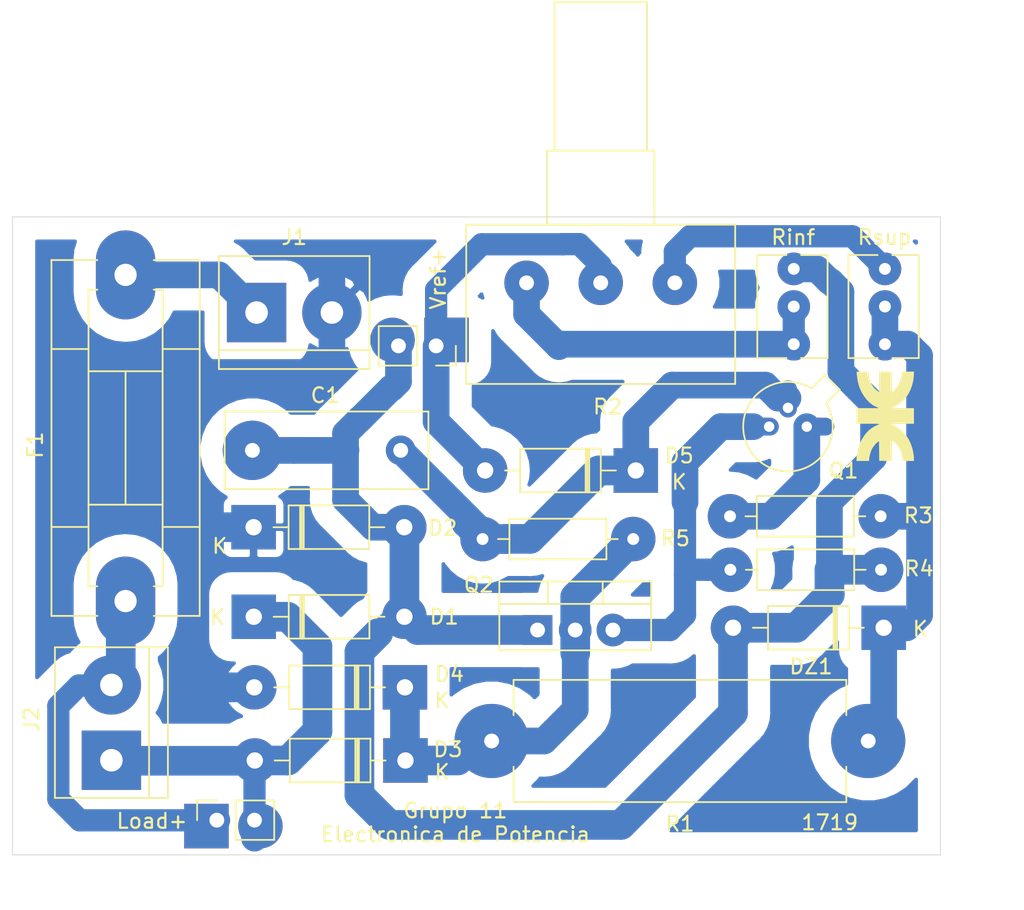
<source format=kicad_pcb>
(kicad_pcb (version 20171130) (host pcbnew "(5.1.0)-1")

  (general
    (thickness 1.6)
    (drawings 6)
    (tracks 146)
    (zones 0)
    (modules 22)
    (nets 14)
  )

  (page A4)
  (layers
    (0 F.Cu signal)
    (31 B.Cu signal)
    (32 B.Adhes user)
    (33 F.Adhes user)
    (34 B.Paste user)
    (35 F.Paste user)
    (36 B.SilkS user)
    (37 F.SilkS user)
    (38 B.Mask user)
    (39 F.Mask user)
    (40 Dwgs.User user)
    (41 Cmts.User user)
    (42 Eco1.User user)
    (43 Eco2.User user)
    (44 Edge.Cuts user)
    (45 Margin user)
    (46 B.CrtYd user)
    (47 F.CrtYd user)
    (48 B.Fab user)
    (49 F.Fab user)
  )

  (setup
    (last_trace_width 1.8)
    (trace_clearance 0.2)
    (zone_clearance 1.5)
    (zone_45_only no)
    (trace_min 0.2)
    (via_size 1)
    (via_drill 0.8)
    (via_min_size 0.4)
    (via_min_drill 0.3)
    (uvia_size 0.3)
    (uvia_drill 0.1)
    (uvias_allowed no)
    (uvia_min_size 0.2)
    (uvia_min_drill 0.1)
    (edge_width 0.05)
    (segment_width 0.2)
    (pcb_text_width 0.3)
    (pcb_text_size 1.5 1.5)
    (mod_edge_width 0.12)
    (mod_text_size 1 1)
    (mod_text_width 0.15)
    (pad_size 3 3)
    (pad_drill 1)
    (pad_to_mask_clearance 0.051)
    (solder_mask_min_width 0.25)
    (aux_axis_origin 0 0)
    (visible_elements 7FFFFFFF)
    (pcbplotparams
      (layerselection 0x010fc_ffffffff)
      (usegerberextensions false)
      (usegerberattributes false)
      (usegerberadvancedattributes false)
      (creategerberjobfile false)
      (excludeedgelayer true)
      (linewidth 0.100000)
      (plotframeref false)
      (viasonmask false)
      (mode 1)
      (useauxorigin false)
      (hpglpennumber 1)
      (hpglpenspeed 20)
      (hpglpendiameter 15.000000)
      (psnegative false)
      (psa4output false)
      (plotreference true)
      (plotvalue true)
      (plotinvisibletext false)
      (padsonsilk false)
      (subtractmaskfromsilk false)
      (outputformat 1)
      (mirror false)
      (drillshape 1)
      (scaleselection 1)
      (outputdirectory ""))
  )

  (net 0 "")
  (net 1 GND)
  (net 2 "Net-(D3-Pad1)")
  (net 3 "Net-(DZ1-Pad1)")
  (net 4 "Net-(F1-Pad1)")
  (net 5 "Net-(Q1-Pad3)")
  (net 6 "Net-(R2-Pad3)")
  (net 7 "Net-(R2-Pad1)")
  (net 8 "Net-(Q1-Pad2)")
  (net 9 /Vref-)
  (net 10 /Load-)
  (net 11 /Vref+)
  (net 12 /Load+)
  (net 13 "Net-(C1-Pad1)")

  (net_class Default "Esta es la clase de red por defecto."
    (clearance 0.2)
    (trace_width 1.8)
    (via_dia 1)
    (via_drill 0.8)
    (uvia_dia 0.3)
    (uvia_drill 0.1)
    (add_net /Load+)
    (add_net /Load-)
    (add_net /Vref+)
    (add_net /Vref-)
    (add_net GND)
    (add_net "Net-(C1-Pad1)")
    (add_net "Net-(D3-Pad1)")
    (add_net "Net-(DZ1-Pad1)")
    (add_net "Net-(F1-Pad1)")
    (add_net "Net-(Q1-Pad2)")
    (add_net "Net-(Q1-Pad3)")
    (add_net "Net-(R2-Pad1)")
    (add_net "Net-(R2-Pad3)")
  )

  (module lib_fp:Potentiometer_Alps_RK163_Single_Horizontal (layer F.Cu) (tedit 5CB55249) (tstamp 5CBEB23E)
    (at 164.3 93.5 90)
    (descr "Potentiometer, horizontal, Alps RK163 Single, http://www.alps.com/prod/info/E/HTML/Potentiometer/RotaryPotentiometers/RK16/RK16_list.html")
    (tags "Potentiometer horizontal Alps RK163 Single")
    (path /5CB4BC13)
    (fp_text reference R2 (at -8.354 -4.534 180) (layer F.SilkS)
      (effects (font (size 1 1) (thickness 0.15)))
    )
    (fp_text value R_POT (at -4.66344 -4.90728 180) (layer F.Fab)
      (effects (font (size 1 1) (thickness 0.15)))
    )
    (fp_line (start -6.7 -13.95) (end -6.7 3.95) (layer F.Fab) (width 0.1))
    (fp_line (start -6.7 3.95) (end 3.8 3.95) (layer F.Fab) (width 0.1))
    (fp_line (start 3.8 3.95) (end 3.8 -13.95) (layer F.Fab) (width 0.1))
    (fp_line (start 3.8 -13.95) (end -6.7 -13.95) (layer F.Fab) (width 0.1))
    (fp_line (start 3.8 -8.5) (end 3.8 -1.5) (layer F.Fab) (width 0.1))
    (fp_line (start 3.8 -1.5) (end 8.8 -1.5) (layer F.Fab) (width 0.1))
    (fp_line (start 8.8 -1.5) (end 8.8 -8.5) (layer F.Fab) (width 0.1))
    (fp_line (start 8.8 -8.5) (end 3.8 -8.5) (layer F.Fab) (width 0.1))
    (fp_line (start 8.8 -8) (end 8.8 -2) (layer F.Fab) (width 0.1))
    (fp_line (start 8.8 -2) (end 18.8 -2) (layer F.Fab) (width 0.1))
    (fp_line (start 18.8 -2) (end 18.8 -8) (layer F.Fab) (width 0.1))
    (fp_line (start 18.8 -8) (end 8.8 -8) (layer F.Fab) (width 0.1))
    (fp_line (start -6.82 -14.07) (end 3.92 -14.07) (layer F.SilkS) (width 0.12))
    (fp_line (start -6.82 4.07) (end 3.92 4.07) (layer F.SilkS) (width 0.12))
    (fp_line (start -6.82 -14.07) (end -6.82 4.07) (layer F.SilkS) (width 0.12))
    (fp_line (start 3.92 -14.07) (end 3.92 4.07) (layer F.SilkS) (width 0.12))
    (fp_line (start 3.92 -8.62) (end 8.92 -8.62) (layer F.SilkS) (width 0.12))
    (fp_line (start 3.92 -1.38) (end 8.92 -1.38) (layer F.SilkS) (width 0.12))
    (fp_line (start 3.92 -8.62) (end 3.92 -1.38) (layer F.SilkS) (width 0.12))
    (fp_line (start 8.92 -8.62) (end 8.92 -1.38) (layer F.SilkS) (width 0.12))
    (fp_line (start 8.92 -8.12) (end 18.92 -8.12) (layer F.SilkS) (width 0.12))
    (fp_line (start 8.92 -1.879) (end 18.92 -1.879) (layer F.SilkS) (width 0.12))
    (fp_line (start 8.92 -8.12) (end 8.92 -1.879) (layer F.SilkS) (width 0.12))
    (fp_line (start 18.92 -8.12) (end 18.92 -1.879) (layer F.SilkS) (width 0.12))
    (fp_line (start -6.95 -14.2) (end -6.95 4.2) (layer F.CrtYd) (width 0.05))
    (fp_line (start -6.95 4.2) (end 19.05 4.2) (layer F.CrtYd) (width 0.05))
    (fp_line (start 19.05 4.2) (end 19.05 -14.2) (layer F.CrtYd) (width 0.05))
    (fp_line (start 19.05 -14.2) (end -6.95 -14.2) (layer F.CrtYd) (width 0.05))
    (fp_text user %R (at -2.8516 -4.7566 180) (layer F.Fab)
      (effects (font (size 1 1) (thickness 0.15)))
    )
    (pad 3 thru_hole circle (at 0 -10 90) (size 3 3) (drill 1) (layers *.Cu *.Mask)
      (net 6 "Net-(R2-Pad3)"))
    (pad 2 thru_hole circle (at 0 -5 90) (size 3 3) (drill 1) (layers *.Cu *.Mask)
      (net 11 /Vref+))
    (pad 1 thru_hole circle (at 0 0 90) (size 3 3) (drill 1) (layers *.Cu *.Mask)
      (net 7 "Net-(R2-Pad1)"))
    (model "${KIPRJMOD}/3d_models/User Library-Potentiometer-3/User Library-Potentiometer-3.STEP"
      (offset (xyz 0.3 5 13.5))
      (scale (xyz 1 1 1))
      (rotate (xyz -90 0 -90))
    )
  )

  (module lib_fp:R_Axial_Shunt_L22.2mm_W8.0mm_PS14.30mm_P25.40mm (layer F.Cu) (tedit 5CBE9ACC) (tstamp 5CB4F386)
    (at 151.9428 124.4)
    (descr "Resistor, Axial_Shunt series, Box, pin pitch=25.4mm, 3W, length*width*height=22.2*8*8mm^3, shunt pin pitch = 14.30mm, http://www.vishay.com/docs/30217/cpsl.pdf")
    (tags "Resistor Axial_Shunt series Box pin pitch 25.4mm 3W length 22.2mm width 8mm height 8mm shunt pin pitch 14.30mm")
    (path /5CB46F56)
    (fp_text reference R1 (at 12.7 5.588) (layer F.SilkS)
      (effects (font (size 1 1) (thickness 0.15)))
    )
    (fp_text value 10k_5W (at 12.91082 2.75336) (layer F.Fab)
      (effects (font (size 1 1) (thickness 0.15)))
    )
    (fp_line (start 1.6 -4) (end 1.6 4) (layer F.Fab) (width 0.1))
    (fp_line (start 1.6 4) (end 23.8 4) (layer F.Fab) (width 0.1))
    (fp_line (start 23.8 4) (end 23.8 -4) (layer F.Fab) (width 0.1))
    (fp_line (start 23.8 -4) (end 1.6 -4) (layer F.Fab) (width 0.1))
    (fp_line (start 0 0) (end 1.6 0) (layer F.Fab) (width 0.1))
    (fp_line (start 25.4 0) (end 23.8 0) (layer F.Fab) (width 0.1))
    (fp_line (start 1.48 -1.74) (end 1.48 -4.12) (layer F.SilkS) (width 0.12))
    (fp_line (start 1.48 -4.12) (end 23.92 -4.12) (layer F.SilkS) (width 0.12))
    (fp_line (start 23.92 -4.12) (end 23.92 -1.74) (layer F.SilkS) (width 0.12))
    (fp_line (start 1.48 1.74) (end 1.48 4.12) (layer F.SilkS) (width 0.12))
    (fp_line (start 1.48 4.12) (end 23.92 4.12) (layer F.SilkS) (width 0.12))
    (fp_line (start 23.92 4.12) (end 23.92 1.74) (layer F.SilkS) (width 0.12))
    (fp_line (start -1.75 -4.25) (end -1.75 4.25) (layer F.CrtYd) (width 0.05))
    (fp_line (start -1.75 4.25) (end 27.15 4.25) (layer F.CrtYd) (width 0.05))
    (fp_line (start 27.15 4.25) (end 27.15 -4.25) (layer F.CrtYd) (width 0.05))
    (fp_line (start 27.15 -4.25) (end -1.75 -4.25) (layer F.CrtYd) (width 0.05))
    (fp_text user %R (at 12.7 0) (layer F.Fab)
      (effects (font (size 1 1) (thickness 0.15)))
    )
    (pad 1 thru_hole circle (at 0 0) (size 5 5) (drill 1) (layers *.Cu *.Mask)
      (net 2 "Net-(D3-Pad1)"))
    (pad 1 smd oval (at 5.55 0) (size 0.01 0.01) (layers F.Cu F.Paste F.Mask)
      (net 2 "Net-(D3-Pad1)"))
    (pad "" smd oval (at 19.85 0) (size 0.01 0.01) (layers F.Cu F.Paste F.Mask))
    (pad 2 thru_hole circle (at 25.4 0) (size 5 5) (drill 1) (layers *.Cu *.Mask)
      (net 3 "Net-(DZ1-Pad1)"))
    (model ${KISYS3DMOD}/Resistor_THT.3dshapes/R_Axial_Shunt_L22.2mm_W8.0mm_PS14.30mm_P25.40mm.wrl
      (at (xyz 0 0 0))
      (scale (xyz 1 1 1))
      (rotate (xyz 0 0 0))
    )
  )

  (module lib_fp:TerminalBlock_bornier-2_P5.08mm (layer F.Cu) (tedit 5CBE9A5F) (tstamp 5CBEAD3D)
    (at 136.09 95.504)
    (descr "simple 2-pin terminal block, pitch 5.08mm, revamped version of bornier2")
    (tags "terminal block bornier2")
    (path /5CB3ADF7)
    (fp_text reference J1 (at 2.54 -5.08) (layer F.SilkS)
      (effects (font (size 1 1) (thickness 0.15)))
    )
    (fp_text value Vin (at 2.54 5.08) (layer F.Fab)
      (effects (font (size 1 1) (thickness 0.15)))
    )
    (fp_text user %R (at 2.54 0) (layer F.Fab)
      (effects (font (size 1 1) (thickness 0.15)))
    )
    (fp_line (start -2.41 2.55) (end 7.49 2.55) (layer F.Fab) (width 0.1))
    (fp_line (start -2.46 -3.75) (end -2.46 3.75) (layer F.Fab) (width 0.1))
    (fp_line (start -2.46 3.75) (end 7.54 3.75) (layer F.Fab) (width 0.1))
    (fp_line (start 7.54 3.75) (end 7.54 -3.75) (layer F.Fab) (width 0.1))
    (fp_line (start 7.54 -3.75) (end -2.46 -3.75) (layer F.Fab) (width 0.1))
    (fp_line (start 7.62 2.54) (end -2.54 2.54) (layer F.SilkS) (width 0.12))
    (fp_line (start 7.62 3.81) (end 7.62 -3.81) (layer F.SilkS) (width 0.12))
    (fp_line (start 7.62 -3.81) (end -2.54 -3.81) (layer F.SilkS) (width 0.12))
    (fp_line (start -2.54 -3.81) (end -2.54 3.81) (layer F.SilkS) (width 0.12))
    (fp_line (start -2.54 3.81) (end 7.62 3.81) (layer F.SilkS) (width 0.12))
    (fp_line (start -2.71 -4) (end 7.79 -4) (layer F.CrtYd) (width 0.05))
    (fp_line (start -2.71 -4) (end -2.71 4) (layer F.CrtYd) (width 0.05))
    (fp_line (start 7.79 4) (end 7.79 -4) (layer F.CrtYd) (width 0.05))
    (fp_line (start 7.79 4) (end -2.71 4) (layer F.CrtYd) (width 0.05))
    (pad 1 thru_hole rect (at 0 0) (size 4 4) (drill 1.52) (layers *.Cu *.Mask)
      (net 4 "Net-(F1-Pad1)"))
    (pad 2 thru_hole circle (at 5.08 0) (size 4 4) (drill 1.52) (layers *.Cu *.Mask)
      (net 1 GND))
    (model "${KIPRJMOD}/3d_models/User Library-Terminal block 2 POS/User Library-Terminal block 2 POS.STEP"
      (offset (xyz 2.5 0.5 0))
      (scale (xyz 1 1 1))
      (rotate (xyz 0 0 180))
    )
  )

  (module lib_fp:D_DO-41_SOD81_P10.16mm_Horizontal (layer F.Cu) (tedit 5AE50CD5) (tstamp 5CB4F266)
    (at 135.90016 116.02212)
    (descr "Diode, DO-41_SOD81 series, Axial, Horizontal, pin pitch=10.16mm, , length*diameter=5.2*2.7mm^2, , http://www.diodes.com/_files/packages/DO-41%20(Plastic).pdf")
    (tags "Diode DO-41_SOD81 series Axial Horizontal pin pitch 10.16mm  length 5.2mm diameter 2.7mm")
    (path /5CB41FF5)
    (fp_text reference D1 (at 12.84224 0.00508) (layer F.SilkS)
      (effects (font (size 1 1) (thickness 0.15)))
    )
    (fp_text value 1N4007 (at 5.22224 2.29108) (layer F.Fab)
      (effects (font (size 1 1) (thickness 0.15)))
    )
    (fp_line (start 2.48 -1.35) (end 2.48 1.35) (layer F.Fab) (width 0.1))
    (fp_line (start 2.48 1.35) (end 7.68 1.35) (layer F.Fab) (width 0.1))
    (fp_line (start 7.68 1.35) (end 7.68 -1.35) (layer F.Fab) (width 0.1))
    (fp_line (start 7.68 -1.35) (end 2.48 -1.35) (layer F.Fab) (width 0.1))
    (fp_line (start 0 0) (end 2.48 0) (layer F.Fab) (width 0.1))
    (fp_line (start 10.16 0) (end 7.68 0) (layer F.Fab) (width 0.1))
    (fp_line (start 3.26 -1.35) (end 3.26 1.35) (layer F.Fab) (width 0.1))
    (fp_line (start 3.36 -1.35) (end 3.36 1.35) (layer F.Fab) (width 0.1))
    (fp_line (start 3.16 -1.35) (end 3.16 1.35) (layer F.Fab) (width 0.1))
    (fp_line (start 2.36 -1.47) (end 2.36 1.47) (layer F.SilkS) (width 0.12))
    (fp_line (start 2.36 1.47) (end 7.8 1.47) (layer F.SilkS) (width 0.12))
    (fp_line (start 7.8 1.47) (end 7.8 -1.47) (layer F.SilkS) (width 0.12))
    (fp_line (start 7.8 -1.47) (end 2.36 -1.47) (layer F.SilkS) (width 0.12))
    (fp_line (start 1.34 0) (end 2.36 0) (layer F.SilkS) (width 0.12))
    (fp_line (start 8.82 0) (end 7.8 0) (layer F.SilkS) (width 0.12))
    (fp_line (start 3.26 -1.47) (end 3.26 1.47) (layer F.SilkS) (width 0.12))
    (fp_line (start 3.38 -1.47) (end 3.38 1.47) (layer F.SilkS) (width 0.12))
    (fp_line (start 3.14 -1.47) (end 3.14 1.47) (layer F.SilkS) (width 0.12))
    (fp_line (start -1.35 -1.6) (end -1.35 1.6) (layer F.CrtYd) (width 0.05))
    (fp_line (start -1.35 1.6) (end 11.51 1.6) (layer F.CrtYd) (width 0.05))
    (fp_line (start 11.51 1.6) (end 11.51 -1.6) (layer F.CrtYd) (width 0.05))
    (fp_line (start 11.51 -1.6) (end -1.35 -1.6) (layer F.CrtYd) (width 0.05))
    (fp_text user %R (at 5.47 0) (layer F.Fab)
      (effects (font (size 1 1) (thickness 0.15)))
    )
    (fp_text user K (at 1.09984 -1.02212) (layer F.Fab)
      (effects (font (size 1 1) (thickness 0.15)))
    )
    (fp_text user K (at -2.45016 0.02788) (layer F.SilkS)
      (effects (font (size 1 1) (thickness 0.15)))
    )
    (pad 1 thru_hole rect (at 0 0) (size 3 3) (drill 1.1) (layers *.Cu *.Mask)
      (net 10 /Load-))
    (pad 2 thru_hole oval (at 10.16 0) (size 3 3) (drill 1.1) (layers *.Cu *.Mask)
      (net 9 /Vref-))
    (model ${KISYS3DMOD}/Diode_THT.3dshapes/D_DO-41_SOD81_P10.16mm_Horizontal.wrl
      (at (xyz 0 0 0))
      (scale (xyz 1 1 1))
      (rotate (xyz 0 0 0))
    )
  )

  (module lib_fp:D_DO-41_SOD81_P10.16mm_Horizontal (layer F.Cu) (tedit 5CBE9A8E) (tstamp 5CB4F284)
    (at 135.89 109.982)
    (descr "Diode, DO-41_SOD81 series, Axial, Horizontal, pin pitch=10.16mm, , length*diameter=5.2*2.7mm^2, , http://www.diodes.com/_files/packages/DO-41%20(Plastic).pdf")
    (tags "Diode DO-41_SOD81 series Axial Horizontal pin pitch 10.16mm  length 5.2mm diameter 2.7mm")
    (path /5CB3B4B7)
    (fp_text reference D2 (at 12.7508 0.0508) (layer F.SilkS)
      (effects (font (size 1 1) (thickness 0.15)))
    )
    (fp_text value 1N4007 (at 5.08 2.47) (layer F.Fab)
      (effects (font (size 1 1) (thickness 0.15)))
    )
    (fp_text user K (at -2.286 1.27) (layer F.SilkS)
      (effects (font (size 1 1) (thickness 0.15)))
    )
    (fp_text user K (at 1.11 -0.982) (layer F.Fab)
      (effects (font (size 1 1) (thickness 0.15)))
    )
    (fp_text user %R (at 5.47 0) (layer F.Fab)
      (effects (font (size 1 1) (thickness 0.15)))
    )
    (fp_line (start 11.51 -1.6) (end -1.35 -1.6) (layer F.CrtYd) (width 0.05))
    (fp_line (start 11.51 1.6) (end 11.51 -1.6) (layer F.CrtYd) (width 0.05))
    (fp_line (start -1.35 1.6) (end 11.51 1.6) (layer F.CrtYd) (width 0.05))
    (fp_line (start -1.35 -1.6) (end -1.35 1.6) (layer F.CrtYd) (width 0.05))
    (fp_line (start 3.14 -1.47) (end 3.14 1.47) (layer F.SilkS) (width 0.12))
    (fp_line (start 3.38 -1.47) (end 3.38 1.47) (layer F.SilkS) (width 0.12))
    (fp_line (start 3.26 -1.47) (end 3.26 1.47) (layer F.SilkS) (width 0.12))
    (fp_line (start 8.82 0) (end 7.8 0) (layer F.SilkS) (width 0.12))
    (fp_line (start 1.34 0) (end 2.36 0) (layer F.SilkS) (width 0.12))
    (fp_line (start 7.8 -1.47) (end 2.36 -1.47) (layer F.SilkS) (width 0.12))
    (fp_line (start 7.8 1.47) (end 7.8 -1.47) (layer F.SilkS) (width 0.12))
    (fp_line (start 2.36 1.47) (end 7.8 1.47) (layer F.SilkS) (width 0.12))
    (fp_line (start 2.36 -1.47) (end 2.36 1.47) (layer F.SilkS) (width 0.12))
    (fp_line (start 3.16 -1.35) (end 3.16 1.35) (layer F.Fab) (width 0.1))
    (fp_line (start 3.36 -1.35) (end 3.36 1.35) (layer F.Fab) (width 0.1))
    (fp_line (start 3.26 -1.35) (end 3.26 1.35) (layer F.Fab) (width 0.1))
    (fp_line (start 10.16 0) (end 7.68 0) (layer F.Fab) (width 0.1))
    (fp_line (start 0 0) (end 2.48 0) (layer F.Fab) (width 0.1))
    (fp_line (start 7.68 -1.35) (end 2.48 -1.35) (layer F.Fab) (width 0.1))
    (fp_line (start 7.68 1.35) (end 7.68 -1.35) (layer F.Fab) (width 0.1))
    (fp_line (start 2.48 1.35) (end 7.68 1.35) (layer F.Fab) (width 0.1))
    (fp_line (start 2.48 -1.35) (end 2.48 1.35) (layer F.Fab) (width 0.1))
    (pad 2 thru_hole oval (at 10.16 0) (size 3 3) (drill 1.1) (layers *.Cu *.Mask)
      (net 9 /Vref-))
    (pad 1 thru_hole rect (at 0 0) (size 3 3) (drill 1.1) (layers *.Cu *.Mask)
      (net 1 GND))
    (model ${KISYS3DMOD}/Diode_THT.3dshapes/D_DO-41_SOD81_P10.16mm_Horizontal.wrl
      (at (xyz 0 0 0))
      (scale (xyz 1 1 1))
      (rotate (xyz 0 0 0))
    )
  )

  (module lib_fp:D_DO-41_SOD81_P10.16mm_Horizontal (layer F.Cu) (tedit 5AE50CD5) (tstamp 5CB4F2A2)
    (at 146.13128 125.71476 180)
    (descr "Diode, DO-41_SOD81 series, Axial, Horizontal, pin pitch=10.16mm, , length*diameter=5.2*2.7mm^2, , http://www.diodes.com/_files/packages/DO-41%20(Plastic).pdf")
    (tags "Diode DO-41_SOD81 series Axial Horizontal pin pitch 10.16mm  length 5.2mm diameter 2.7mm")
    (path /5CB4471B)
    (fp_text reference D3 (at -2.86512 0.74676 180) (layer F.SilkS)
      (effects (font (size 1 1) (thickness 0.15)))
    )
    (fp_text value 1N4007 (at 5.16128 -2.50444 180) (layer F.Fab)
      (effects (font (size 1 1) (thickness 0.15)))
    )
    (fp_line (start 2.48 -1.35) (end 2.48 1.35) (layer F.Fab) (width 0.1))
    (fp_line (start 2.48 1.35) (end 7.68 1.35) (layer F.Fab) (width 0.1))
    (fp_line (start 7.68 1.35) (end 7.68 -1.35) (layer F.Fab) (width 0.1))
    (fp_line (start 7.68 -1.35) (end 2.48 -1.35) (layer F.Fab) (width 0.1))
    (fp_line (start 0 0) (end 2.48 0) (layer F.Fab) (width 0.1))
    (fp_line (start 10.16 0) (end 7.68 0) (layer F.Fab) (width 0.1))
    (fp_line (start 3.26 -1.35) (end 3.26 1.35) (layer F.Fab) (width 0.1))
    (fp_line (start 3.36 -1.35) (end 3.36 1.35) (layer F.Fab) (width 0.1))
    (fp_line (start 3.16 -1.35) (end 3.16 1.35) (layer F.Fab) (width 0.1))
    (fp_line (start 2.36 -1.47) (end 2.36 1.47) (layer F.SilkS) (width 0.12))
    (fp_line (start 2.36 1.47) (end 7.8 1.47) (layer F.SilkS) (width 0.12))
    (fp_line (start 7.8 1.47) (end 7.8 -1.47) (layer F.SilkS) (width 0.12))
    (fp_line (start 7.8 -1.47) (end 2.36 -1.47) (layer F.SilkS) (width 0.12))
    (fp_line (start 1.34 0) (end 2.36 0) (layer F.SilkS) (width 0.12))
    (fp_line (start 8.82 0) (end 7.8 0) (layer F.SilkS) (width 0.12))
    (fp_line (start 3.26 -1.47) (end 3.26 1.47) (layer F.SilkS) (width 0.12))
    (fp_line (start 3.38 -1.47) (end 3.38 1.47) (layer F.SilkS) (width 0.12))
    (fp_line (start 3.14 -1.47) (end 3.14 1.47) (layer F.SilkS) (width 0.12))
    (fp_line (start -1.35 -1.6) (end -1.35 1.6) (layer F.CrtYd) (width 0.05))
    (fp_line (start -1.35 1.6) (end 11.51 1.6) (layer F.CrtYd) (width 0.05))
    (fp_line (start 11.51 1.6) (end 11.51 -1.6) (layer F.CrtYd) (width 0.05))
    (fp_line (start 11.51 -1.6) (end -1.35 -1.6) (layer F.CrtYd) (width 0.05))
    (fp_text user %R (at 5.47 0 180) (layer F.Fab)
      (effects (font (size 1 1) (thickness 0.15)))
    )
    (fp_text user K (at 1.13128 -1.28524 180) (layer F.Fab)
      (effects (font (size 1 1) (thickness 0.15)))
    )
    (fp_text user K (at -2.46872 -0.77724 180) (layer F.SilkS)
      (effects (font (size 1 1) (thickness 0.15)))
    )
    (pad 1 thru_hole rect (at 0 0 180) (size 3 3) (drill 1.1) (layers *.Cu *.Mask)
      (net 2 "Net-(D3-Pad1)"))
    (pad 2 thru_hole oval (at 10.16 0 180) (size 3 3) (drill 1.1) (layers *.Cu *.Mask)
      (net 10 /Load-))
    (model ${KISYS3DMOD}/Diode_THT.3dshapes/D_DO-41_SOD81_P10.16mm_Horizontal.wrl
      (at (xyz 0 0 0))
      (scale (xyz 1 1 1))
      (rotate (xyz 0 0 0))
    )
  )

  (module lib_fp:D_DO-41_SOD81_P10.16mm_Horizontal (layer F.Cu) (tedit 5AE50CD5) (tstamp 5CB4F2C0)
    (at 146.09572 120.78208 180)
    (descr "Diode, DO-41_SOD81 series, Axial, Horizontal, pin pitch=10.16mm, , length*diameter=5.2*2.7mm^2, , http://www.diodes.com/_files/packages/DO-41%20(Plastic).pdf")
    (tags "Diode DO-41_SOD81 series Axial Horizontal pin pitch 10.16mm  length 5.2mm diameter 2.7mm")
    (path /5CB45B7E)
    (fp_text reference D4 (at -3.00228 0.89408 180) (layer F.SilkS)
      (effects (font (size 1 1) (thickness 0.15)))
    )
    (fp_text value 1N4007 (at 5.07492 -2.45872 180) (layer F.Fab)
      (effects (font (size 1 1) (thickness 0.15)))
    )
    (fp_text user K (at -2.50428 -0.88392 180) (layer F.SilkS)
      (effects (font (size 1 1) (thickness 0.15)))
    )
    (fp_text user K (at 1.09572 -1.21792 180) (layer F.Fab)
      (effects (font (size 1 1) (thickness 0.15)))
    )
    (fp_text user %R (at 5.47 0 180) (layer F.Fab)
      (effects (font (size 1 1) (thickness 0.15)))
    )
    (fp_line (start 11.51 -1.6) (end -1.35 -1.6) (layer F.CrtYd) (width 0.05))
    (fp_line (start 11.51 1.6) (end 11.51 -1.6) (layer F.CrtYd) (width 0.05))
    (fp_line (start -1.35 1.6) (end 11.51 1.6) (layer F.CrtYd) (width 0.05))
    (fp_line (start -1.35 -1.6) (end -1.35 1.6) (layer F.CrtYd) (width 0.05))
    (fp_line (start 3.14 -1.47) (end 3.14 1.47) (layer F.SilkS) (width 0.12))
    (fp_line (start 3.38 -1.47) (end 3.38 1.47) (layer F.SilkS) (width 0.12))
    (fp_line (start 3.26 -1.47) (end 3.26 1.47) (layer F.SilkS) (width 0.12))
    (fp_line (start 8.82 0) (end 7.8 0) (layer F.SilkS) (width 0.12))
    (fp_line (start 1.34 0) (end 2.36 0) (layer F.SilkS) (width 0.12))
    (fp_line (start 7.8 -1.47) (end 2.36 -1.47) (layer F.SilkS) (width 0.12))
    (fp_line (start 7.8 1.47) (end 7.8 -1.47) (layer F.SilkS) (width 0.12))
    (fp_line (start 2.36 1.47) (end 7.8 1.47) (layer F.SilkS) (width 0.12))
    (fp_line (start 2.36 -1.47) (end 2.36 1.47) (layer F.SilkS) (width 0.12))
    (fp_line (start 3.16 -1.35) (end 3.16 1.35) (layer F.Fab) (width 0.1))
    (fp_line (start 3.36 -1.35) (end 3.36 1.35) (layer F.Fab) (width 0.1))
    (fp_line (start 3.26 -1.35) (end 3.26 1.35) (layer F.Fab) (width 0.1))
    (fp_line (start 10.16 0) (end 7.68 0) (layer F.Fab) (width 0.1))
    (fp_line (start 0 0) (end 2.48 0) (layer F.Fab) (width 0.1))
    (fp_line (start 7.68 -1.35) (end 2.48 -1.35) (layer F.Fab) (width 0.1))
    (fp_line (start 7.68 1.35) (end 7.68 -1.35) (layer F.Fab) (width 0.1))
    (fp_line (start 2.48 1.35) (end 7.68 1.35) (layer F.Fab) (width 0.1))
    (fp_line (start 2.48 -1.35) (end 2.48 1.35) (layer F.Fab) (width 0.1))
    (pad 2 thru_hole oval (at 10.16 0 180) (size 3 3) (drill 1.1) (layers *.Cu *.Mask)
      (net 1 GND))
    (pad 1 thru_hole rect (at 0 0 180) (size 3 3) (drill 1.1) (layers *.Cu *.Mask)
      (net 2 "Net-(D3-Pad1)"))
    (model ${KISYS3DMOD}/Diode_THT.3dshapes/D_DO-41_SOD81_P10.16mm_Horizontal.wrl
      (at (xyz 0 0 0))
      (scale (xyz 1 1 1))
      (rotate (xyz 0 0 0))
    )
  )

  (module lib_fp:D_DO-41_SOD81_P10.16mm_Horizontal (layer F.Cu) (tedit 5AE50CD5) (tstamp 5CB4F2DE)
    (at 161.66592 106.15676 180)
    (descr "Diode, DO-41_SOD81 series, Axial, Horizontal, pin pitch=10.16mm, , length*diameter=5.2*2.7mm^2, , http://www.diodes.com/_files/packages/DO-41%20(Plastic).pdf")
    (tags "Diode DO-41_SOD81 series Axial Horizontal pin pitch 10.16mm  length 5.2mm diameter 2.7mm")
    (path /5CB4CC19)
    (fp_text reference D5 (at -2.92608 1.00076 180) (layer F.SilkS)
      (effects (font (size 1 1) (thickness 0.15)))
    )
    (fp_text value 1N4007 (at 5.08 2.47 180) (layer F.Fab)
      (effects (font (size 1 1) (thickness 0.15)))
    )
    (fp_text user K (at -2.92608 -0.77724 180) (layer F.SilkS)
      (effects (font (size 1 1) (thickness 0.15)))
    )
    (fp_text user K (at 0 -0.84324 180) (layer F.Fab)
      (effects (font (size 1 1) (thickness 0.15)))
    )
    (fp_text user %R (at 5.47 0 180) (layer F.Fab)
      (effects (font (size 1 1) (thickness 0.15)))
    )
    (fp_line (start 11.51 -1.6) (end -1.35 -1.6) (layer F.CrtYd) (width 0.05))
    (fp_line (start 11.51 1.6) (end 11.51 -1.6) (layer F.CrtYd) (width 0.05))
    (fp_line (start -1.35 1.6) (end 11.51 1.6) (layer F.CrtYd) (width 0.05))
    (fp_line (start -1.35 -1.6) (end -1.35 1.6) (layer F.CrtYd) (width 0.05))
    (fp_line (start 3.14 -1.47) (end 3.14 1.47) (layer F.SilkS) (width 0.12))
    (fp_line (start 3.38 -1.47) (end 3.38 1.47) (layer F.SilkS) (width 0.12))
    (fp_line (start 3.26 -1.47) (end 3.26 1.47) (layer F.SilkS) (width 0.12))
    (fp_line (start 8.82 0) (end 7.8 0) (layer F.SilkS) (width 0.12))
    (fp_line (start 1.34 0) (end 2.36 0) (layer F.SilkS) (width 0.12))
    (fp_line (start 7.8 -1.47) (end 2.36 -1.47) (layer F.SilkS) (width 0.12))
    (fp_line (start 7.8 1.47) (end 7.8 -1.47) (layer F.SilkS) (width 0.12))
    (fp_line (start 2.36 1.47) (end 7.8 1.47) (layer F.SilkS) (width 0.12))
    (fp_line (start 2.36 -1.47) (end 2.36 1.47) (layer F.SilkS) (width 0.12))
    (fp_line (start 3.16 -1.35) (end 3.16 1.35) (layer F.Fab) (width 0.1))
    (fp_line (start 3.36 -1.35) (end 3.36 1.35) (layer F.Fab) (width 0.1))
    (fp_line (start 3.26 -1.35) (end 3.26 1.35) (layer F.Fab) (width 0.1))
    (fp_line (start 10.16 0) (end 7.68 0) (layer F.Fab) (width 0.1))
    (fp_line (start 0 0) (end 2.48 0) (layer F.Fab) (width 0.1))
    (fp_line (start 7.68 -1.35) (end 2.48 -1.35) (layer F.Fab) (width 0.1))
    (fp_line (start 7.68 1.35) (end 7.68 -1.35) (layer F.Fab) (width 0.1))
    (fp_line (start 2.48 1.35) (end 7.68 1.35) (layer F.Fab) (width 0.1))
    (fp_line (start 2.48 -1.35) (end 2.48 1.35) (layer F.Fab) (width 0.1))
    (pad 2 thru_hole oval (at 10.16 0 180) (size 3 3) (drill 1.1) (layers *.Cu *.Mask)
      (net 11 /Vref+))
    (pad 1 thru_hole rect (at 0 0 180) (size 3 3) (drill 1.1) (layers *.Cu *.Mask)
      (net 13 "Net-(C1-Pad1)"))
    (model ${KISYS3DMOD}/Diode_THT.3dshapes/D_DO-41_SOD81_P10.16mm_Horizontal.wrl
      (at (xyz 0 0 0))
      (scale (xyz 1 1 1))
      (rotate (xyz 0 0 0))
    )
  )

  (module lib_fp:Fuseholder5x20_horiz_SemiClosed_Casing10x25mm (layer F.Cu) (tedit 5CBE9A4F) (tstamp 5CB4F31A)
    (at 127.254 92.964 270)
    (descr "Fuseholder, 5x20, Semi closed, horizontal, Casing 10x25mm,")
    (tags "Fuseholder 5x20 Semi closed horizontal Casing 10x25mm Sicherungshalter halbgeschlossen ")
    (path /5CB3DBB7)
    (fp_text reference F1 (at 11.4808 6.096 270) (layer F.SilkS)
      (effects (font (size 1 1) (thickness 0.15)))
    )
    (fp_text value Fuse (at 12.27 7.62 270) (layer F.Fab)
      (effects (font (size 1 1) (thickness 0.15)))
    )
    (fp_line (start 5 2.5) (end 5 4.9) (layer F.Fab) (width 0.1))
    (fp_line (start 17 -2.5) (end 17 -4.9) (layer F.Fab) (width 0.1))
    (fp_line (start 17 2.5) (end 17 4.95) (layer F.Fab) (width 0.1))
    (fp_line (start 15.5 -2.5) (end 15.5 2.5) (layer F.Fab) (width 0.1))
    (fp_line (start 6.5 0) (end 15.5 0) (layer F.Fab) (width 0.1))
    (fp_line (start 6.5 -2.5) (end 6.5 2.5) (layer F.Fab) (width 0.1))
    (fp_line (start 5 -4.9) (end 5 -2.5) (layer F.Fab) (width 0.1))
    (fp_line (start 1 -2.5) (end 1 2.5) (layer F.Fab) (width 0.1))
    (fp_line (start 1 2.5) (end 21 2.5) (layer F.Fab) (width 0.1))
    (fp_line (start 21 2.5) (end 21 -2.5) (layer F.Fab) (width 0.1))
    (fp_line (start 21 -2.5) (end 1 -2.5) (layer F.Fab) (width 0.1))
    (fp_line (start -0.9 -4.9) (end -0.9 4.9) (layer F.Fab) (width 0.1))
    (fp_line (start -0.9 4.9) (end 22.9 4.9) (layer F.Fab) (width 0.1))
    (fp_line (start 22.9 4.9) (end 22.9 -4.9) (layer F.Fab) (width 0.1))
    (fp_line (start 22.9 -4.9) (end -0.9 -4.9) (layer F.Fab) (width 0.1))
    (fp_line (start 5 -2.5) (end 5 -5) (layer F.SilkS) (width 0.12))
    (fp_line (start 5 5) (end 5 2.5) (layer F.SilkS) (width 0.12))
    (fp_line (start 17 5) (end 17 2.5) (layer F.SilkS) (width 0.12))
    (fp_line (start 17 -5) (end 17 -2.5) (layer F.SilkS) (width 0.12))
    (fp_line (start 6.5 0) (end 15.5 0) (layer F.SilkS) (width 0.12))
    (fp_line (start 6.5 -2.5) (end 6.5 2.5) (layer F.SilkS) (width 0.12))
    (fp_line (start 15.5 -2.5) (end 15.5 2.5) (layer F.SilkS) (width 0.12))
    (fp_line (start 21 -1.9) (end 21 -2.5) (layer F.SilkS) (width 0.12))
    (fp_line (start 1 1.9) (end 1 2.5) (layer F.SilkS) (width 0.12))
    (fp_line (start 1 2.5) (end 21 2.5) (layer F.SilkS) (width 0.12))
    (fp_line (start 21 2.5) (end 21 1.9) (layer F.SilkS) (width 0.12))
    (fp_line (start 21 -2.5) (end 1 -2.5) (layer F.SilkS) (width 0.12))
    (fp_line (start 1 -2.5) (end 1 -1.9) (layer F.SilkS) (width 0.12))
    (fp_line (start 23 -1.9) (end 23 -5) (layer F.SilkS) (width 0.12))
    (fp_line (start -1 1.9) (end -1 5) (layer F.SilkS) (width 0.12))
    (fp_line (start -1 5) (end 23 5) (layer F.SilkS) (width 0.12))
    (fp_line (start 23 5) (end 23 1.9) (layer F.SilkS) (width 0.12))
    (fp_line (start 23 -5) (end -1 -5) (layer F.SilkS) (width 0.12))
    (fp_line (start -1 -5) (end -1 -1.9) (layer F.SilkS) (width 0.12))
    (fp_line (start -1.5 -5.15) (end 23.5 -5.15) (layer F.CrtYd) (width 0.05))
    (fp_line (start -1.5 -5.15) (end -1.5 5.2) (layer F.CrtYd) (width 0.05))
    (fp_line (start 23.5 5.2) (end 23.5 -5.15) (layer F.CrtYd) (width 0.05))
    (fp_line (start 23.5 5.2) (end -1.5 5.2) (layer F.CrtYd) (width 0.05))
    (pad 2 thru_hole oval (at 22 0 180) (size 4 6) (drill 1.5) (layers *.Cu *.Mask)
      (net 12 /Load+))
    (pad 1 thru_hole oval (at 0 0 180) (size 4 6) (drill 1.5) (layers *.Cu *.Mask)
      (net 4 "Net-(F1-Pad1)"))
    (model "${KIPRJMOD}/3d_models/User Library-5x20mm PCB Fuse Holder Assy_ 1/User Library-5x20mm PCB Fuse Holder Assy_ 1.STEP"
      (offset (xyz 10.3 0 5))
      (scale (xyz 1 1 1))
      (rotate (xyz 0 0 0))
    )
  )

  (module lib_fp:TerminalBlock_bornier-2_P5.08mm (layer F.Cu) (tedit 5CBE9A24) (tstamp 5CB4F345)
    (at 126.3 125.7 90)
    (descr "simple 2-pin terminal block, pitch 5.08mm, revamped version of bornier2")
    (tags "terminal block bornier2")
    (path /5CB3E0B6)
    (fp_text reference J2 (at 2.7432 -5.3848 90) (layer F.SilkS)
      (effects (font (size 1 1) (thickness 0.15)))
    )
    (fp_text value Vout (at 2.54 5.08 90) (layer F.Fab)
      (effects (font (size 1 1) (thickness 0.15)))
    )
    (fp_text user %R (at 2.54 0 90) (layer F.Fab)
      (effects (font (size 1 1) (thickness 0.15)))
    )
    (fp_line (start -2.41 2.55) (end 7.49 2.55) (layer F.Fab) (width 0.1))
    (fp_line (start -2.46 -3.75) (end -2.46 3.75) (layer F.Fab) (width 0.1))
    (fp_line (start -2.46 3.75) (end 7.54 3.75) (layer F.Fab) (width 0.1))
    (fp_line (start 7.54 3.75) (end 7.54 -3.75) (layer F.Fab) (width 0.1))
    (fp_line (start 7.54 -3.75) (end -2.46 -3.75) (layer F.Fab) (width 0.1))
    (fp_line (start 7.62 2.54) (end -2.54 2.54) (layer F.SilkS) (width 0.12))
    (fp_line (start 7.62 3.81) (end 7.62 -3.81) (layer F.SilkS) (width 0.12))
    (fp_line (start 7.62 -3.81) (end -2.54 -3.81) (layer F.SilkS) (width 0.12))
    (fp_line (start -2.54 -3.81) (end -2.54 3.81) (layer F.SilkS) (width 0.12))
    (fp_line (start -2.54 3.81) (end 7.62 3.81) (layer F.SilkS) (width 0.12))
    (fp_line (start -2.71 -4) (end 7.79 -4) (layer F.CrtYd) (width 0.05))
    (fp_line (start -2.71 -4) (end -2.71 4) (layer F.CrtYd) (width 0.05))
    (fp_line (start 7.79 4) (end 7.79 -4) (layer F.CrtYd) (width 0.05))
    (fp_line (start 7.79 4) (end -2.71 4) (layer F.CrtYd) (width 0.05))
    (pad 1 thru_hole rect (at 0 0 90) (size 4 4) (drill 1.52) (layers *.Cu *.Mask)
      (net 10 /Load-))
    (pad 2 thru_hole circle (at 5.08 0 90) (size 4 4) (drill 1.52) (layers *.Cu *.Mask)
      (net 12 /Load+))
    (model "${KIPRJMOD}/3d_models/User Library-Terminal block 2 POS/User Library-Terminal block 2 POS.STEP"
      (offset (xyz 2.5 0.5 0))
      (scale (xyz 1 1 1))
      (rotate (xyz 0 0 180))
    )
  )

  (module lib_fp:TO-220-3_Vertical (layer F.Cu) (tedit 5CB5523C) (tstamp 5CB4F36D)
    (at 155.0416 116.9162)
    (descr "TO-220-3, Vertical, RM 2.54mm, see https://www.vishay.com/docs/66542/to-220-1.pdf")
    (tags "TO-220-3 Vertical RM 2.54mm")
    (path /5CB5862B)
    (fp_text reference Q2 (at -3.9624 -3.048) (layer F.SilkS)
      (effects (font (size 1 1) (thickness 0.15)))
    )
    (fp_text value TIC106 (at 2.794 -0.2794) (layer F.Fab)
      (effects (font (size 1 1) (thickness 0.15)))
    )
    (fp_line (start -2.46 -3.15) (end -2.46 1.25) (layer F.Fab) (width 0.1))
    (fp_line (start -2.46 1.25) (end 7.54 1.25) (layer F.Fab) (width 0.1))
    (fp_line (start 7.54 1.25) (end 7.54 -3.15) (layer F.Fab) (width 0.1))
    (fp_line (start 7.54 -3.15) (end -2.46 -3.15) (layer F.Fab) (width 0.1))
    (fp_line (start -2.46 -1.88) (end 7.54 -1.88) (layer F.Fab) (width 0.1))
    (fp_line (start 0.69 -3.15) (end 0.69 -1.88) (layer F.Fab) (width 0.1))
    (fp_line (start 4.39 -3.15) (end 4.39 -1.88) (layer F.Fab) (width 0.1))
    (fp_line (start -2.58 -3.27) (end 7.66 -3.27) (layer F.SilkS) (width 0.12))
    (fp_line (start -2.58 1.371) (end 7.66 1.371) (layer F.SilkS) (width 0.12))
    (fp_line (start -2.58 -3.27) (end -2.58 1.371) (layer F.SilkS) (width 0.12))
    (fp_line (start 7.66 -3.27) (end 7.66 1.371) (layer F.SilkS) (width 0.12))
    (fp_line (start -2.58 -1.76) (end 7.66 -1.76) (layer F.SilkS) (width 0.12))
    (fp_line (start 0.69 -3.27) (end 0.69 -1.76) (layer F.SilkS) (width 0.12))
    (fp_line (start 4.391 -3.27) (end 4.391 -1.76) (layer F.SilkS) (width 0.12))
    (fp_line (start -2.71 -3.4) (end -2.71 1.51) (layer F.CrtYd) (width 0.05))
    (fp_line (start -2.71 1.51) (end 7.79 1.51) (layer F.CrtYd) (width 0.05))
    (fp_line (start 7.79 1.51) (end 7.79 -3.4) (layer F.CrtYd) (width 0.05))
    (fp_line (start 7.79 -3.4) (end -2.71 -3.4) (layer F.CrtYd) (width 0.05))
    (fp_text user %R (at 2.49936 -2.51714) (layer F.Fab)
      (effects (font (size 1 1) (thickness 0.15)))
    )
    (pad 1 thru_hole rect (at 0 0) (size 2 2) (drill 1) (layers *.Cu *.Mask)
      (net 9 /Vref-))
    (pad 2 thru_hole oval (at 2.54 0) (size 2.2 2.2) (drill 1) (layers *.Cu *.Mask)
      (net 2 "Net-(D3-Pad1)"))
    (pad 3 thru_hole oval (at 5.08 0) (size 2.2 2.2) (drill 1) (layers *.Cu *.Mask)
      (net 8 "Net-(Q1-Pad2)"))
    (model ${KISYS3DMOD}/Package_TO_SOT_THT.3dshapes/TO-220-3_Vertical.wrl
      (at (xyz 0 0 0))
      (scale (xyz 1 1 1))
      (rotate (xyz 0 0 0))
    )
  )

  (module lib_fp:R_Axial_DIN0207_L6.3mm_D2.5mm_P10.16mm_Horizontal (layer F.Cu) (tedit 5CBE9B01) (tstamp 5CB4F3CA)
    (at 161.4932 110.77956 180)
    (descr "Resistor, Axial_DIN0207 series, Axial, Horizontal, pin pitch=10.16mm, 0.25W = 1/4W, length*diameter=6.3*2.5mm^2, http://cdn-reichelt.de/documents/datenblatt/B400/1_4W%23YAG.pdf")
    (tags "Resistor Axial_DIN0207 series Axial Horizontal pin pitch 10.16mm 0.25W = 1/4W length 6.3mm diameter 2.5mm")
    (path /5CB4E3DE)
    (fp_text reference R5 (at -2.8448 0.03556 180) (layer F.SilkS)
      (effects (font (size 1 1) (thickness 0.15)))
    )
    (fp_text value 3,3M (at 5.08 2.37 180) (layer F.Fab)
      (effects (font (size 1 1) (thickness 0.15)))
    )
    (fp_line (start 1.93 -1.25) (end 1.93 1.25) (layer F.Fab) (width 0.1))
    (fp_line (start 1.93 1.25) (end 8.23 1.25) (layer F.Fab) (width 0.1))
    (fp_line (start 8.23 1.25) (end 8.23 -1.25) (layer F.Fab) (width 0.1))
    (fp_line (start 8.23 -1.25) (end 1.93 -1.25) (layer F.Fab) (width 0.1))
    (fp_line (start 0 0) (end 1.93 0) (layer F.Fab) (width 0.1))
    (fp_line (start 10.16 0) (end 8.23 0) (layer F.Fab) (width 0.1))
    (fp_line (start 1.81 -1.37) (end 1.81 1.37) (layer F.SilkS) (width 0.12))
    (fp_line (start 1.81 1.37) (end 8.35 1.37) (layer F.SilkS) (width 0.12))
    (fp_line (start 8.35 1.37) (end 8.35 -1.37) (layer F.SilkS) (width 0.12))
    (fp_line (start 8.35 -1.37) (end 1.81 -1.37) (layer F.SilkS) (width 0.12))
    (fp_line (start 1.04 0) (end 1.81 0) (layer F.SilkS) (width 0.12))
    (fp_line (start 9.12 0) (end 8.35 0) (layer F.SilkS) (width 0.12))
    (fp_line (start -1.05 -1.5) (end -1.05 1.5) (layer F.CrtYd) (width 0.05))
    (fp_line (start -1.05 1.5) (end 11.21 1.5) (layer F.CrtYd) (width 0.05))
    (fp_line (start 11.21 1.5) (end 11.21 -1.5) (layer F.CrtYd) (width 0.05))
    (fp_line (start 11.21 -1.5) (end -1.05 -1.5) (layer F.CrtYd) (width 0.05))
    (fp_text user %R (at 5.08 0 180) (layer F.Fab)
      (effects (font (size 1 1) (thickness 0.15)))
    )
    (pad 1 thru_hole circle (at 0 0 180) (size 3 3) (drill 0.8) (layers *.Cu *.Mask)
      (net 2 "Net-(D3-Pad1)"))
    (pad 2 thru_hole oval (at 10.16 0 180) (size 3 3) (drill 0.8) (layers *.Cu *.Mask)
      (net 13 "Net-(C1-Pad1)"))
    (model ${KISYS3DMOD}/Resistor_THT.3dshapes/R_Axial_DIN0207_L6.3mm_D2.5mm_P10.16mm_Horizontal.wrl
      (at (xyz 0 0 0))
      (scale (xyz 1 1 1))
      (rotate (xyz 0 0 0))
    )
  )

  (module lib_fp:Potentiometer_Bourns_3266Y_Vertical (layer F.Cu) (tedit 5CB50231) (tstamp 5CBEAD8D)
    (at 178.47 97.64 270)
    (descr "Potentiometer, vertical, Bourns 3266Y, https://www.bourns.com/docs/Product-Datasheets/3266.pdf")
    (tags "Potentiometer vertical Bourns 3266Y")
    (path /5CB49215)
    (fp_text reference Rsup (at -7.216 0.02976) (layer F.SilkS)
      (effects (font (size 1 1) (thickness 0.15)))
    )
    (fp_text value R_POT_TRIM (at -2.54 3.59 270) (layer F.Fab)
      (effects (font (size 1 1) (thickness 0.15)))
    )
    (fp_text user %R (at -3.15 0.09 270) (layer F.Fab)
      (effects (font (size 0.92 0.92) (thickness 0.15)))
    )
    (fp_line (start 1.1 -2.45) (end -6.15 -2.45) (layer F.CrtYd) (width 0.05))
    (fp_line (start 1.1 2.6) (end 1.1 -2.45) (layer F.CrtYd) (width 0.05))
    (fp_line (start -6.15 2.6) (end 1.1 2.6) (layer F.CrtYd) (width 0.05))
    (fp_line (start -6.15 -2.45) (end -6.15 2.6) (layer F.CrtYd) (width 0.05))
    (fp_line (start 0.935 0.496) (end 0.935 2.46) (layer F.SilkS) (width 0.12))
    (fp_line (start 0.935 -2.28) (end 0.935 -0.494) (layer F.SilkS) (width 0.12))
    (fp_line (start -6.015 0.496) (end -6.015 2.46) (layer F.SilkS) (width 0.12))
    (fp_line (start -6.015 -2.28) (end -6.015 -0.494) (layer F.SilkS) (width 0.12))
    (fp_line (start -6.015 2.46) (end 0.935 2.46) (layer F.SilkS) (width 0.12))
    (fp_line (start -6.015 -2.28) (end 0.935 -2.28) (layer F.SilkS) (width 0.12))
    (fp_line (start -0.405 1.952) (end -0.404 0.189) (layer F.Fab) (width 0.1))
    (fp_line (start -0.405 1.952) (end -0.404 0.189) (layer F.Fab) (width 0.1))
    (fp_line (start 0.815 -2.16) (end -5.895 -2.16) (layer F.Fab) (width 0.1))
    (fp_line (start 0.815 2.34) (end 0.815 -2.16) (layer F.Fab) (width 0.1))
    (fp_line (start -5.895 2.34) (end 0.815 2.34) (layer F.Fab) (width 0.1))
    (fp_line (start -5.895 -2.16) (end -5.895 2.34) (layer F.Fab) (width 0.1))
    (fp_circle (center -0.405 1.07) (end 0.485 1.07) (layer F.Fab) (width 0.1))
    (pad 3 thru_hole circle (at -5.08 0 270) (size 2.2 2.2) (drill 0.8) (layers *.Cu *.Mask)
      (net 7 "Net-(R2-Pad1)"))
    (pad 2 thru_hole circle (at -2.54 0 270) (size 2.2 2.2) (drill 0.8) (layers *.Cu *.Mask)
      (net 3 "Net-(DZ1-Pad1)"))
    (pad 1 thru_hole circle (at 0 0 270) (size 2.2 2.2) (drill 0.8) (layers *.Cu *.Mask)
      (net 3 "Net-(DZ1-Pad1)"))
    (model ${KISYS3DMOD}/Potentiometer_THT.3dshapes/Potentiometer_Bourns_3266Y_Vertical.wrl
      (at (xyz 0 0 0))
      (scale (xyz 1 1 1))
      (rotate (xyz 0 0 0))
    )
  )

  (module lib_fp:Potentiometer_Bourns_3266Y_Vertical (layer F.Cu) (tedit 5A3D4994) (tstamp 5CB4A084)
    (at 172.32 97.64 270)
    (descr "Potentiometer, vertical, Bourns 3266Y, https://www.bourns.com/docs/Product-Datasheets/3266.pdf")
    (tags "Potentiometer vertical Bourns 3266Y")
    (path /5CB4C207)
    (fp_text reference Rinf (at -7.21106 0.0381) (layer F.SilkS)
      (effects (font (size 1 1) (thickness 0.15)))
    )
    (fp_text value R_POT_TRIM (at -2.54 3.59 270) (layer F.Fab)
      (effects (font (size 1 1) (thickness 0.15)))
    )
    (fp_circle (center -0.405 1.07) (end 0.485 1.07) (layer F.Fab) (width 0.1))
    (fp_line (start -5.895 -2.16) (end -5.895 2.34) (layer F.Fab) (width 0.1))
    (fp_line (start -5.895 2.34) (end 0.815 2.34) (layer F.Fab) (width 0.1))
    (fp_line (start 0.815 2.34) (end 0.815 -2.16) (layer F.Fab) (width 0.1))
    (fp_line (start 0.815 -2.16) (end -5.895 -2.16) (layer F.Fab) (width 0.1))
    (fp_line (start -0.405 1.952) (end -0.404 0.189) (layer F.Fab) (width 0.1))
    (fp_line (start -0.405 1.952) (end -0.404 0.189) (layer F.Fab) (width 0.1))
    (fp_line (start -6.015 -2.28) (end 0.935 -2.28) (layer F.SilkS) (width 0.12))
    (fp_line (start -6.015 2.46) (end 0.935 2.46) (layer F.SilkS) (width 0.12))
    (fp_line (start -6.015 -2.28) (end -6.015 -0.494) (layer F.SilkS) (width 0.12))
    (fp_line (start -6.015 0.496) (end -6.015 2.46) (layer F.SilkS) (width 0.12))
    (fp_line (start 0.935 -2.28) (end 0.935 -0.494) (layer F.SilkS) (width 0.12))
    (fp_line (start 0.935 0.496) (end 0.935 2.46) (layer F.SilkS) (width 0.12))
    (fp_line (start -6.15 -2.45) (end -6.15 2.6) (layer F.CrtYd) (width 0.05))
    (fp_line (start -6.15 2.6) (end 1.1 2.6) (layer F.CrtYd) (width 0.05))
    (fp_line (start 1.1 2.6) (end 1.1 -2.45) (layer F.CrtYd) (width 0.05))
    (fp_line (start 1.1 -2.45) (end -6.15 -2.45) (layer F.CrtYd) (width 0.05))
    (fp_text user %R (at -3.15 0.09 270) (layer F.Fab)
      (effects (font (size 0.92 0.92) (thickness 0.15)))
    )
    (pad 1 thru_hole circle (at 0 0 270) (size 2.2 2.2) (drill 0.8) (layers *.Cu *.Mask)
      (net 6 "Net-(R2-Pad3)"))
    (pad 2 thru_hole circle (at -2.54 0 270) (size 2.2 2.2) (drill 0.8) (layers *.Cu *.Mask)
      (net 6 "Net-(R2-Pad3)"))
    (pad 3 thru_hole circle (at -5.08 0 270) (size 2.2 2.2) (drill 0.8) (layers *.Cu *.Mask)
      (net 9 /Vref-))
    (model ${KISYS3DMOD}/Potentiometer_THT.3dshapes/Potentiometer_Bourns_3266Y_Vertical.wrl
      (at (xyz 0 0 0))
      (scale (xyz 1 1 1))
      (rotate (xyz 0 0 0))
    )
  )

  (module lib_fp:TO-18-3 (layer F.Cu) (tedit 5CBE9DB7) (tstamp 5CBEA0C7)
    (at 173.2 103.2 180)
    (descr TO-18-3)
    (tags TO-18-3)
    (path /5CB52F99)
    (fp_text reference Q1 (at -2.475351 -2.9718) (layer F.SilkS)
      (effects (font (size 1 1) (thickness 0.15)))
    )
    (fp_text value 2N2647 (at -5.193151 -0.9144) (layer F.Fab)
      (effects (font (size 1 1) (thickness 0.15)))
    )
    (fp_text user %R (at -3.161151 0.9398) (layer F.Fab)
      (effects (font (size 1 1) (thickness 0.15)))
    )
    (fp_line (start -1.149301 1.599057) (end -1.976616 2.426372) (layer F.Fab) (width 0.1))
    (fp_line (start -1.976616 2.426372) (end -1.156372 3.246616) (layer F.Fab) (width 0.1))
    (fp_line (start -1.156372 3.246616) (end -0.329057 2.419301) (layer F.Fab) (width 0.1))
    (fp_line (start -1.302281 1.582331) (end -2.214448 2.494499) (layer F.SilkS) (width 0.12))
    (fp_line (start -2.214448 2.494499) (end -1.224499 3.484448) (layer F.SilkS) (width 0.12))
    (fp_line (start -1.224499 3.484448) (end -0.312331 2.572281) (layer F.SilkS) (width 0.12))
    (fp_line (start -2.23 3.5) (end 4.42 3.5) (layer F.CrtYd) (width 0.05))
    (fp_line (start 4.42 3.5) (end 4.42 -3.15) (layer F.CrtYd) (width 0.05))
    (fp_line (start 4.42 -3.15) (end -2.23 -3.15) (layer F.CrtYd) (width 0.05))
    (fp_line (start -2.23 -3.15) (end -2.23 3.5) (layer F.CrtYd) (width 0.05))
    (fp_circle (center 1.27 0) (end 1.27 -2.4) (layer F.Fab) (width 0.1))
    (fp_arc (start 1.27 0) (end -1.149301 1.599057) (angle 336.9) (layer F.Fab) (width 0.1))
    (fp_arc (start 1.27 0) (end -1.302281 1.582331) (angle 333.2) (layer F.SilkS) (width 0.12))
    (pad 3 thru_hole oval (at 0 0 180) (size 2.5 1.2) (drill 0.7 (offset -0.6 0)) (layers *.Cu *.Mask)
      (net 5 "Net-(Q1-Pad3)"))
    (pad 1 thru_hole oval (at 1.27 1.27 180) (size 1.2 2.5) (drill 0.7 (offset 0 0.6)) (layers *.Cu *.Mask)
      (net 13 "Net-(C1-Pad1)"))
    (pad 2 thru_hole oval (at 2.54 0 180) (size 2.5 1.2) (drill 0.7 (offset 0.6 0)) (layers *.Cu *.Mask)
      (net 8 "Net-(Q1-Pad2)"))
    (model "${KIPRJMOD}/3d_models/TO-18/TO-18, long leads.stp"
      (offset (xyz 1.5 -10 1))
      (scale (xyz 1 1 1))
      (rotate (xyz 0 0 90))
    )
  )

  (module lib_fp:logo_utn_fsilk_small (layer F.Cu) (tedit 5CB49C0D) (tstamp 5CB54E2C)
    (at 178.49 102.49)
    (path /5CB4E2BD)
    (fp_text reference G1 (at 0 5.08) (layer F.SilkS) hide
      (effects (font (size 1.524 1.524) (thickness 0.3)))
    )
    (fp_text value LOGO (at 0 -5.08) (layer F.SilkS) hide
      (effects (font (size 1.524 1.524) (thickness 0.3)))
    )
    (fp_poly (pts (xy 1.928774 -2.770093) (xy 1.89318 -2.43873) (xy 1.821508 -2.120476) (xy 1.716091 -1.819091)
      (xy 1.579261 -1.538338) (xy 1.413351 -1.281977) (xy 1.220692 -1.053769) (xy 1.003616 -0.857476)
      (xy 0.764457 -0.696859) (xy 0.588911 -0.60929) (xy 0.420077 -0.536202) (xy 1.177192 -0.534801)
      (xy 1.934308 -0.5334) (xy 1.934308 0.508) (xy 1.182077 0.508) (xy 0.988737 0.5082)
      (xy 0.830984 0.508919) (xy 0.705329 0.510334) (xy 0.608284 0.512621) (xy 0.53636 0.515956)
      (xy 0.486068 0.520518) (xy 0.453918 0.526481) (xy 0.436423 0.534024) (xy 0.430094 0.543322)
      (xy 0.429846 0.5461) (xy 0.446076 0.577142) (xy 0.468361 0.5842) (xy 0.517495 0.595221)
      (xy 0.591825 0.625047) (xy 0.681966 0.668817) (xy 0.778535 0.721671) (xy 0.872148 0.778749)
      (xy 0.953423 0.835193) (xy 0.954351 0.835896) (xy 1.188825 1.041349) (xy 1.3937 1.278635)
      (xy 1.567889 1.546093) (xy 1.710306 1.842064) (xy 1.816501 2.152819) (xy 1.857957 2.321239)
      (xy 1.89296 2.503137) (xy 1.918777 2.681207) (xy 1.932672 2.83814) (xy 1.934308 2.898405)
      (xy 1.934308 3.0226) (xy 1.179396 3.0226) (xy 1.148222 2.793958) (xy 1.093836 2.531543)
      (xy 1.006532 2.289038) (xy 0.889491 2.072363) (xy 0.745892 1.887438) (xy 0.584276 1.744028)
      (xy 0.520782 1.699337) (xy 0.470952 1.666384) (xy 0.444172 1.651334) (xy 0.442622 1.651)
      (xy 0.439257 1.675309) (xy 0.436224 1.743876) (xy 0.433645 1.850158) (xy 0.431641 1.987614)
      (xy 0.430334 2.149702) (xy 0.429847 2.329879) (xy 0.429846 2.337305) (xy 0.429846 3.02361)
      (xy -0.400538 3.0099) (xy -0.410308 2.343678) (xy -0.420077 1.677457) (xy -0.527538 1.756857)
      (xy -0.625491 1.844592) (xy -0.728651 1.962653) (xy -0.826614 2.096981) (xy -0.908973 2.233519)
      (xy -0.958005 2.338396) (xy -0.995585 2.449808) (xy -1.031551 2.581748) (xy -1.062326 2.718131)
      (xy -1.084332 2.842873) (xy -1.093991 2.939889) (xy -1.094154 2.950463) (xy -1.094154 3.0226)
      (xy -1.934308 3.0226) (xy -1.934233 2.95275) (xy -1.929372 2.863913) (xy -1.916352 2.741204)
      (xy -1.897308 2.599758) (xy -1.874371 2.45471) (xy -1.849677 2.321193) (xy -1.836658 2.260509)
      (xy -1.755423 1.984062) (xy -1.641129 1.710727) (xy -1.49942 1.450618) (xy -1.335942 1.213846)
      (xy -1.156339 1.010525) (xy -1.118948 0.974735) (xy -0.99711 0.873595) (xy -0.855421 0.774923)
      (xy -0.709193 0.688402) (xy -0.573742 0.623711) (xy -0.547883 0.613726) (xy -0.484653 0.589399)
      (xy -0.440576 0.569064) (xy -0.417711 0.552371) (xy -0.418114 0.538971) (xy -0.443844 0.528515)
      (xy -0.496958 0.520653) (xy -0.579514 0.515035) (xy -0.693569 0.511313) (xy -0.841181 0.509138)
      (xy -1.024408 0.508159) (xy -1.170679 0.508) (xy -1.934308 0.508) (xy -1.934308 -0.5334)
      (xy -0.400538 -0.535574) (xy -0.586154 -0.619121) (xy -0.677237 -0.662067) (xy -0.765064 -0.706819)
      (xy -0.835941 -0.746268) (xy -0.859692 -0.761082) (xy -1.064663 -0.922761) (xy -1.259774 -1.125796)
      (xy -1.438006 -1.360874) (xy -1.592335 -1.618684) (xy -1.715741 -1.889915) (xy -1.720622 -1.902732)
      (xy -1.788136 -2.1106) (xy -1.844462 -2.341103) (xy -1.886284 -2.576754) (xy -1.910288 -2.800067)
      (xy -1.914769 -2.926684) (xy -1.914769 -2.9972) (xy -1.133231 -2.9972) (xy -1.132999 -2.88925)
      (xy -1.118278 -2.722047) (xy -1.077612 -2.536395) (xy -1.015254 -2.346086) (xy -0.935458 -2.16491)
      (xy -0.877286 -2.060257) (xy -0.804432 -1.958898) (xy -0.71099 -1.85363) (xy -0.609996 -1.75751)
      (xy -0.514484 -1.683596) (xy -0.48112 -1.663382) (xy -0.410308 -1.624919) (xy -0.410308 -2.9972)
      (xy 0.429846 -2.9972) (xy 0.429846 -2.3241) (xy 0.430375 -2.145179) (xy 0.431866 -1.984166)
      (xy 0.434175 -1.847664) (xy 0.437159 -1.742276) (xy 0.440674 -1.674603) (xy 0.4445 -1.651239)
      (xy 0.482235 -1.667481) (xy 0.540488 -1.710331) (xy 0.610894 -1.77218) (xy 0.685089 -1.845418)
      (xy 0.754707 -1.922435) (xy 0.788267 -1.963975) (xy 0.894385 -2.12723) (xy 0.984413 -2.314889)
      (xy 1.053922 -2.514317) (xy 1.098486 -2.712876) (xy 1.113692 -2.892917) (xy 1.113692 -2.9972)
      (xy 1.526892 -2.997201) (xy 1.940092 -2.997201) (xy 1.928774 -2.770093)) (layer F.SilkS) (width 0.01))
  )

  (module lib_fp:D_DO-41_SOD81_P10.16mm_Horizontal (layer F.Cu) (tedit 5CB5522D) (tstamp 5CB55768)
    (at 178.3842 116.7638 180)
    (descr "Diode, DO-41_SOD81 series, Axial, Horizontal, pin pitch=10.16mm, , length*diameter=5.2*2.7mm^2, , http://www.diodes.com/_files/packages/DO-41%20(Plastic).pdf")
    (tags "Diode DO-41_SOD81 series Axial Horizontal pin pitch 10.16mm  length 5.2mm diameter 2.7mm")
    (path /5CB5BBFF)
    (fp_text reference DZ1 (at 4.9022 -2.6162 180) (layer F.SilkS)
      (effects (font (size 1 1) (thickness 0.15)))
    )
    (fp_text value Diode_1N47xxA (at -3.7084 1.2446 180) (layer F.Fab)
      (effects (font (size 1 1) (thickness 0.15)))
    )
    (fp_line (start 2.48 -1.35) (end 2.48 1.35) (layer F.Fab) (width 0.1))
    (fp_line (start 2.48 1.35) (end 7.68 1.35) (layer F.Fab) (width 0.1))
    (fp_line (start 7.68 1.35) (end 7.68 -1.35) (layer F.Fab) (width 0.1))
    (fp_line (start 7.68 -1.35) (end 2.48 -1.35) (layer F.Fab) (width 0.1))
    (fp_line (start 0 0) (end 2.48 0) (layer F.Fab) (width 0.1))
    (fp_line (start 10.16 0) (end 7.68 0) (layer F.Fab) (width 0.1))
    (fp_line (start 3.26 -1.35) (end 3.26 1.35) (layer F.Fab) (width 0.1))
    (fp_line (start 3.36 -1.35) (end 3.36 1.35) (layer F.Fab) (width 0.1))
    (fp_line (start 3.16 -1.35) (end 3.16 1.35) (layer F.Fab) (width 0.1))
    (fp_line (start 2.36 -1.47) (end 2.36 1.47) (layer F.SilkS) (width 0.12))
    (fp_line (start 2.36 1.47) (end 7.8 1.47) (layer F.SilkS) (width 0.12))
    (fp_line (start 7.8 1.47) (end 7.8 -1.47) (layer F.SilkS) (width 0.12))
    (fp_line (start 7.8 -1.47) (end 2.36 -1.47) (layer F.SilkS) (width 0.12))
    (fp_line (start 1.34 0) (end 2.36 0) (layer F.SilkS) (width 0.12))
    (fp_line (start 8.82 0) (end 7.8 0) (layer F.SilkS) (width 0.12))
    (fp_line (start 3.26 -1.47) (end 3.26 1.47) (layer F.SilkS) (width 0.12))
    (fp_line (start 3.38 -1.47) (end 3.38 1.47) (layer F.SilkS) (width 0.12))
    (fp_line (start 3.14 -1.47) (end 3.14 1.47) (layer F.SilkS) (width 0.12))
    (fp_line (start -1.35 -1.6) (end -1.35 1.6) (layer F.CrtYd) (width 0.05))
    (fp_line (start -1.35 1.6) (end 11.51 1.6) (layer F.CrtYd) (width 0.05))
    (fp_line (start 11.51 1.6) (end 11.51 -1.6) (layer F.CrtYd) (width 0.05))
    (fp_line (start 11.51 -1.6) (end -1.35 -1.6) (layer F.CrtYd) (width 0.05))
    (fp_text user %R (at 5.47 0 180) (layer F.Fab)
      (effects (font (size 1 1) (thickness 0.15)))
    )
    (fp_text user K (at 0 -2.1 180) (layer F.Fab)
      (effects (font (size 1 1) (thickness 0.15)))
    )
    (fp_text user K (at -2.4638 -0.0762 180) (layer F.SilkS)
      (effects (font (size 1 1) (thickness 0.15)))
    )
    (pad 1 thru_hole rect (at 0 0 180) (size 3 3) (drill 1.1) (layers *.Cu *.Mask)
      (net 3 "Net-(DZ1-Pad1)"))
    (pad 2 thru_hole oval (at 10.16 0 180) (size 3 3) (drill 1.1) (layers *.Cu *.Mask)
      (net 9 /Vref-))
    (model ${KISYS3DMOD}/Diode_THT.3dshapes/D_DO-41_SOD81_P10.16mm_Horizontal.wrl
      (at (xyz 0 0 0))
      (scale (xyz 1 1 1))
      (rotate (xyz 0 0 0))
    )
  )

  (module lib_fp:R_Axial_DIN0207_L6.3mm_D2.5mm_P10.16mm_Horizontal (layer F.Cu) (tedit 5AE5139B) (tstamp 5CB5550F)
    (at 178.181 109.2454 180)
    (descr "Resistor, Axial_DIN0207 series, Axial, Horizontal, pin pitch=10.16mm, 0.25W = 1/4W, length*diameter=6.3*2.5mm^2, http://cdn-reichelt.de/documents/datenblatt/B400/1_4W%23YAG.pdf")
    (tags "Resistor Axial_DIN0207 series Axial Horizontal pin pitch 10.16mm 0.25W = 1/4W length 6.3mm diameter 2.5mm")
    (path /5CB539F8)
    (fp_text reference R3 (at -2.54 0.0508 180) (layer F.SilkS)
      (effects (font (size 1 1) (thickness 0.15)))
    )
    (fp_text value 180 (at 5.207 0 180) (layer F.Fab)
      (effects (font (size 1 1) (thickness 0.15)))
    )
    (fp_line (start 1.93 -1.25) (end 1.93 1.25) (layer F.Fab) (width 0.1))
    (fp_line (start 1.93 1.25) (end 8.23 1.25) (layer F.Fab) (width 0.1))
    (fp_line (start 8.23 1.25) (end 8.23 -1.25) (layer F.Fab) (width 0.1))
    (fp_line (start 8.23 -1.25) (end 1.93 -1.25) (layer F.Fab) (width 0.1))
    (fp_line (start 0 0) (end 1.93 0) (layer F.Fab) (width 0.1))
    (fp_line (start 10.16 0) (end 8.23 0) (layer F.Fab) (width 0.1))
    (fp_line (start 1.81 -1.37) (end 1.81 1.37) (layer F.SilkS) (width 0.12))
    (fp_line (start 1.81 1.37) (end 8.35 1.37) (layer F.SilkS) (width 0.12))
    (fp_line (start 8.35 1.37) (end 8.35 -1.37) (layer F.SilkS) (width 0.12))
    (fp_line (start 8.35 -1.37) (end 1.81 -1.37) (layer F.SilkS) (width 0.12))
    (fp_line (start 1.04 0) (end 1.81 0) (layer F.SilkS) (width 0.12))
    (fp_line (start 9.12 0) (end 8.35 0) (layer F.SilkS) (width 0.12))
    (fp_line (start -1.05 -1.5) (end -1.05 1.5) (layer F.CrtYd) (width 0.05))
    (fp_line (start -1.05 1.5) (end 11.21 1.5) (layer F.CrtYd) (width 0.05))
    (fp_line (start 11.21 1.5) (end 11.21 -1.5) (layer F.CrtYd) (width 0.05))
    (fp_line (start 11.21 -1.5) (end -1.05 -1.5) (layer F.CrtYd) (width 0.05))
    (fp_text user %R (at 12.192 0 180) (layer F.Fab)
      (effects (font (size 1 1) (thickness 0.15)))
    )
    (pad 1 thru_hole circle (at 0 0 180) (size 3 3) (drill 0.8) (layers *.Cu *.Mask)
      (net 3 "Net-(DZ1-Pad1)"))
    (pad 2 thru_hole oval (at 10.16 0 180) (size 3 3) (drill 0.8) (layers *.Cu *.Mask)
      (net 5 "Net-(Q1-Pad3)"))
    (model ${KISYS3DMOD}/Resistor_THT.3dshapes/R_Axial_DIN0207_L6.3mm_D2.5mm_P10.16mm_Horizontal.wrl
      (at (xyz 0 0 0))
      (scale (xyz 1 1 1))
      (rotate (xyz 0 0 0))
    )
  )

  (module lib_fp:R_Axial_DIN0207_L6.3mm_D2.5mm_P10.16mm_Horizontal (layer F.Cu) (tedit 5CBE9B3C) (tstamp 5CB5515F)
    (at 168.0464 112.8522)
    (descr "Resistor, Axial_DIN0207 series, Axial, Horizontal, pin pitch=10.16mm, 0.25W = 1/4W, length*diameter=6.3*2.5mm^2, http://cdn-reichelt.de/documents/datenblatt/B400/1_4W%23YAG.pdf")
    (tags "Resistor Axial_DIN0207 series Axial Horizontal pin pitch 10.16mm 0.25W = 1/4W length 6.3mm diameter 2.5mm")
    (path /5CB56B3A)
    (fp_text reference R4 (at 12.7254 -0.0762) (layer F.SilkS)
      (effects (font (size 1 1) (thickness 0.15)))
    )
    (fp_text value 82 (at 5.0292 0.0254) (layer F.Fab)
      (effects (font (size 1 1) (thickness 0.15)))
    )
    (fp_text user %R (at -1.9558 0) (layer F.Fab)
      (effects (font (size 1 1) (thickness 0.15)))
    )
    (fp_line (start 11.21 -1.5) (end -1.05 -1.5) (layer F.CrtYd) (width 0.05))
    (fp_line (start 11.21 1.5) (end 11.21 -1.5) (layer F.CrtYd) (width 0.05))
    (fp_line (start -1.05 1.5) (end 11.21 1.5) (layer F.CrtYd) (width 0.05))
    (fp_line (start -1.05 -1.5) (end -1.05 1.5) (layer F.CrtYd) (width 0.05))
    (fp_line (start 9.12 0) (end 8.35 0) (layer F.SilkS) (width 0.12))
    (fp_line (start 1.04 0) (end 1.81 0) (layer F.SilkS) (width 0.12))
    (fp_line (start 8.35 -1.37) (end 1.81 -1.37) (layer F.SilkS) (width 0.12))
    (fp_line (start 8.35 1.37) (end 8.35 -1.37) (layer F.SilkS) (width 0.12))
    (fp_line (start 1.81 1.37) (end 8.35 1.37) (layer F.SilkS) (width 0.12))
    (fp_line (start 1.81 -1.37) (end 1.81 1.37) (layer F.SilkS) (width 0.12))
    (fp_line (start 10.16 0) (end 8.23 0) (layer F.Fab) (width 0.1))
    (fp_line (start 0 0) (end 1.93 0) (layer F.Fab) (width 0.1))
    (fp_line (start 8.23 -1.25) (end 1.93 -1.25) (layer F.Fab) (width 0.1))
    (fp_line (start 8.23 1.25) (end 8.23 -1.25) (layer F.Fab) (width 0.1))
    (fp_line (start 1.93 1.25) (end 8.23 1.25) (layer F.Fab) (width 0.1))
    (fp_line (start 1.93 -1.25) (end 1.93 1.25) (layer F.Fab) (width 0.1))
    (pad 2 thru_hole oval (at 10.16 0) (size 3 3) (drill 0.8) (layers *.Cu *.Mask)
      (net 9 /Vref-))
    (pad 1 thru_hole circle (at 0 0) (size 3 3) (drill 0.8) (layers *.Cu *.Mask)
      (net 8 "Net-(Q1-Pad2)"))
    (model ${KISYS3DMOD}/Resistor_THT.3dshapes/R_Axial_DIN0207_L6.3mm_D2.5mm_P10.16mm_Horizontal.wrl
      (at (xyz 0 0 0))
      (scale (xyz 1 1 1))
      (rotate (xyz 0 0 0))
    )
  )

  (module lib_fp:PinSocket_1x02_P2.54mm_Vertical (layer F.Cu) (tedit 5A19A420) (tstamp 5CBEAB63)
    (at 148.2 97.75 270)
    (descr "Through hole straight socket strip, 1x02, 2.54mm pitch, single row (from Kicad 4.0.7), script generated")
    (tags "Through hole socket strip THT 1x02 2.54mm single row")
    (path /5CC28AAA)
    (fp_text reference Vref+ (at -4.532 -0.136 270) (layer F.SilkS)
      (effects (font (size 1 1) (thickness 0.15)))
    )
    (fp_text value TestPoint_2Pole (at 0 5.31 270) (layer F.Fab)
      (effects (font (size 1 1) (thickness 0.15)))
    )
    (fp_text user %R (at 0 1.27) (layer F.Fab)
      (effects (font (size 1 1) (thickness 0.15)))
    )
    (fp_line (start -1.8 4.3) (end -1.8 -1.8) (layer F.CrtYd) (width 0.05))
    (fp_line (start 1.75 4.3) (end -1.8 4.3) (layer F.CrtYd) (width 0.05))
    (fp_line (start 1.75 -1.8) (end 1.75 4.3) (layer F.CrtYd) (width 0.05))
    (fp_line (start -1.8 -1.8) (end 1.75 -1.8) (layer F.CrtYd) (width 0.05))
    (fp_line (start 0 -1.33) (end 1.33 -1.33) (layer F.SilkS) (width 0.12))
    (fp_line (start 1.33 -1.33) (end 1.33 0) (layer F.SilkS) (width 0.12))
    (fp_line (start 1.33 1.27) (end 1.33 3.87) (layer F.SilkS) (width 0.12))
    (fp_line (start -1.33 3.87) (end 1.33 3.87) (layer F.SilkS) (width 0.12))
    (fp_line (start -1.33 1.27) (end -1.33 3.87) (layer F.SilkS) (width 0.12))
    (fp_line (start -1.33 1.27) (end 1.33 1.27) (layer F.SilkS) (width 0.12))
    (fp_line (start -1.27 3.81) (end -1.27 -1.27) (layer F.Fab) (width 0.1))
    (fp_line (start 1.27 3.81) (end -1.27 3.81) (layer F.Fab) (width 0.1))
    (fp_line (start 1.27 -0.635) (end 1.27 3.81) (layer F.Fab) (width 0.1))
    (fp_line (start 0.635 -1.27) (end 1.27 -0.635) (layer F.Fab) (width 0.1))
    (fp_line (start -1.27 -1.27) (end 0.635 -1.27) (layer F.Fab) (width 0.1))
    (pad 2 thru_hole oval (at 0 2.54 270) (size 3 3) (drill 1 (offset -0.4 0.4)) (layers *.Cu *.Mask)
      (net 9 /Vref-))
    (pad 1 thru_hole rect (at 0 0 270) (size 3 3) (drill 1 (offset -0.4 -0.7)) (layers *.Cu *.Mask)
      (net 11 /Vref+))
    (model ${KISYS3DMOD}/Connector_PinSocket_2.54mm.3dshapes/PinSocket_1x02_P2.54mm_Vertical.wrl
      (at (xyz 0 0 0))
      (scale (xyz 1 1 1))
      (rotate (xyz 0 0 0))
    )
  )

  (module lib_fp:PinSocket_1x02_P2.54mm_Vertical (layer F.Cu) (tedit 5CBEB265) (tstamp 5CBEAB79)
    (at 133.41 129.74 90)
    (descr "Through hole straight socket strip, 1x02, 2.54mm pitch, single row (from Kicad 4.0.7), script generated")
    (tags "Through hole socket strip THT 1x02 2.54mm single row")
    (path /5CC3044A)
    (fp_text reference Load+ (at -0.054 -4.378 180) (layer F.SilkS)
      (effects (font (size 1 1) (thickness 0.15)))
    )
    (fp_text value TestPoint_2Pole (at 0 5.31 90) (layer F.Fab)
      (effects (font (size 1 1) (thickness 0.15)))
    )
    (fp_line (start -1.27 -1.27) (end 0.635 -1.27) (layer F.Fab) (width 0.1))
    (fp_line (start 0.635 -1.27) (end 1.27 -0.635) (layer F.Fab) (width 0.1))
    (fp_line (start 1.27 -0.635) (end 1.27 3.81) (layer F.Fab) (width 0.1))
    (fp_line (start 1.27 3.81) (end -1.27 3.81) (layer F.Fab) (width 0.1))
    (fp_line (start -1.27 3.81) (end -1.27 -1.27) (layer F.Fab) (width 0.1))
    (fp_line (start -1.33 1.27) (end 1.33 1.27) (layer F.SilkS) (width 0.12))
    (fp_line (start -1.33 1.27) (end -1.33 3.87) (layer F.SilkS) (width 0.12))
    (fp_line (start -1.33 3.87) (end 1.33 3.87) (layer F.SilkS) (width 0.12))
    (fp_line (start 1.33 1.27) (end 1.33 3.87) (layer F.SilkS) (width 0.12))
    (fp_line (start 1.33 -1.33) (end 1.33 0) (layer F.SilkS) (width 0.12))
    (fp_line (start 0 -1.33) (end 1.33 -1.33) (layer F.SilkS) (width 0.12))
    (fp_line (start -1.8 -1.8) (end 1.75 -1.8) (layer F.CrtYd) (width 0.05))
    (fp_line (start 1.75 -1.8) (end 1.75 4.3) (layer F.CrtYd) (width 0.05))
    (fp_line (start 1.75 4.3) (end -1.8 4.3) (layer F.CrtYd) (width 0.05))
    (fp_line (start -1.8 4.3) (end -1.8 -1.8) (layer F.CrtYd) (width 0.05))
    (fp_text user %R (at 0 1.27 180) (layer F.Fab)
      (effects (font (size 1 1) (thickness 0.15)))
    )
    (pad 1 thru_hole rect (at 0 0 90) (size 3 3) (drill 1 (offset -0.4 -0.7)) (layers *.Cu *.Mask)
      (net 12 /Load+))
    (pad 2 thru_hole oval (at 0 2.54 90) (size 3 3) (drill 1 (offset -0.4 0.4)) (layers *.Cu *.Mask)
      (net 10 /Load-))
    (model ${KISYS3DMOD}/Connector_PinSocket_2.54mm.3dshapes/PinSocket_1x02_P2.54mm_Vertical.wrl
      (at (xyz 0 0 0))
      (scale (xyz 1 1 1))
      (rotate (xyz 0 0 0))
    )
  )

  (module lib_fp:C_Rect_L13.5mm_W5.0mm_P10.00mm_FKS3_FKP3_MKS4 (layer F.Cu) (tedit 5CBEAB82) (tstamp 5CBEAEC1)
    (at 145.81 104.8 180)
    (descr "C, Rect series, Radial, pin pitch=10.00mm, , length*width=13.5*5mm^2, Capacitor, http://www.wima.com/EN/WIMA_FKS_3.pdf, http://www.wima.com/EN/WIMA_MKS_4.pdf")
    (tags "C Rect series Radial pin pitch 10.00mm  length 13.5mm width 5mm Capacitor")
    (path /5CB50EF3)
    (fp_text reference C1 (at 5.094 3.708 180) (layer F.SilkS)
      (effects (font (size 1 1) (thickness 0.15)))
    )
    (fp_text value "0,1uF 400V" (at 5 3.75 180) (layer F.Fab)
      (effects (font (size 1 1) (thickness 0.15)))
    )
    (fp_line (start -1.75 -2.5) (end -1.75 2.5) (layer F.Fab) (width 0.1))
    (fp_line (start -1.75 2.5) (end 11.75 2.5) (layer F.Fab) (width 0.1))
    (fp_line (start 11.75 2.5) (end 11.75 -2.5) (layer F.Fab) (width 0.1))
    (fp_line (start 11.75 -2.5) (end -1.75 -2.5) (layer F.Fab) (width 0.1))
    (fp_line (start -1.87 -2.62) (end 11.87 -2.62) (layer F.SilkS) (width 0.12))
    (fp_line (start -1.87 2.62) (end 11.87 2.62) (layer F.SilkS) (width 0.12))
    (fp_line (start -1.87 -2.62) (end -1.87 2.62) (layer F.SilkS) (width 0.12))
    (fp_line (start 11.87 -2.62) (end 11.87 2.62) (layer F.SilkS) (width 0.12))
    (fp_line (start -2 -2.75) (end -2 2.75) (layer F.CrtYd) (width 0.05))
    (fp_line (start -2 2.75) (end 12 2.75) (layer F.CrtYd) (width 0.05))
    (fp_line (start 12 2.75) (end 12 -2.75) (layer F.CrtYd) (width 0.05))
    (fp_line (start 12 -2.75) (end -2 -2.75) (layer F.CrtYd) (width 0.05))
    (fp_text user %R (at 5 0 180) (layer F.Fab)
      (effects (font (size 1 1) (thickness 0.15)))
    )
    (pad 1 thru_hole circle (at 0 0 180) (size 2 2) (drill 1) (layers *.Cu *.Mask)
      (net 13 "Net-(C1-Pad1)"))
    (pad 2 thru_hole circle (at 10 0 180) (size 4 4) (drill 1) (layers *.Cu *.Mask)
      (net 9 /Vref-))
    (model ${KISYS3DMOD}/Capacitor_THT.3dshapes/C_Rect_L13.5mm_W5.0mm_P10.00mm_FKS3_FKP3_MKS4.wrl
      (at (xyz 0 0 0))
      (scale (xyz 1 1 1))
      (rotate (xyz 0 0 0))
    )
  )

  (gr_text 1719 (at 174.752 129.8956) (layer F.SilkS)
    (effects (font (size 1 1) (thickness 0.15)))
  )
  (gr_text "Grupo 11\nElectronica de Potencia" (at 149.5 129.9) (layer F.SilkS)
    (effects (font (size 1 1) (thickness 0.15)))
  )
  (gr_line (start 119.634 89.0524) (end 182.2196 89.0524) (layer Edge.Cuts) (width 0.05) (tstamp 5CB4B5D3))
  (gr_line (start 182.2196 89.0524) (end 182.2196 132.08) (layer Edge.Cuts) (width 0.05) (tstamp 5CB4B5DA))
  (gr_line (start 119.634 132.08) (end 119.634 89.0524) (layer Edge.Cuts) (width 0.05))
  (gr_line (start 182.2196 132.08) (end 119.634 132.08) (layer Edge.Cuts) (width 0.05))

  (segment (start 134.380086 120.78208) (end 134.375006 120.777) (width 2) (layer B.Cu) (net 1))
  (segment (start 135.93572 120.78208) (end 134.380086 120.78208) (width 2) (layer B.Cu) (net 1) (status 10))
  (segment (start 134.375006 120.777) (end 132.9944 120.777) (width 2) (layer B.Cu) (net 1))
  (segment (start 132.9944 120.777) (end 131.8514 119.634) (width 2) (layer B.Cu) (net 1))
  (segment (start 132.79 109.982) (end 131.8514 109.982) (width 2) (layer B.Cu) (net 1))
  (segment (start 135.89 109.982) (end 132.79 109.982) (width 2) (layer B.Cu) (net 1) (status 10))
  (segment (start 131.8514 119.634) (end 131.8514 109.982) (width 2) (layer B.Cu) (net 1))
  (segment (start 141.17 98.332427) (end 139.954 99.548427) (width 1.8) (layer B.Cu) (net 1))
  (segment (start 141.17 95.504) (end 141.17 98.332427) (width 1.8) (layer B.Cu) (net 1))
  (segment (start 139.954 99.548427) (end 131.845573 99.548427) (width 1.8) (layer B.Cu) (net 1))
  (segment (start 131.845573 99.548427) (end 130.048 101.346) (width 1.8) (layer B.Cu) (net 1))
  (segment (start 130.048 108.1786) (end 131.8514 109.982) (width 1.8) (layer B.Cu) (net 1))
  (segment (start 130.048 101.346) (end 130.048 108.1786) (width 1.8) (layer B.Cu) (net 1))
  (segment (start 141.17 92.675573) (end 141.224 92.621573) (width 1.8) (layer B.Cu) (net 1))
  (segment (start 141.17 95.504) (end 141.17 92.675573) (width 1.8) (layer B.Cu) (net 1))
  (segment (start 146.09572 125.6792) (end 146.13128 125.71476) (width 2) (layer B.Cu) (net 2) (status 30))
  (segment (start 146.09572 120.78208) (end 146.09572 125.6792) (width 2) (layer B.Cu) (net 2) (status 30))
  (segment (start 146.13128 125.71476) (end 149.67204 125.71476) (width 2) (layer B.Cu) (net 2) (status 10))
  (segment (start 157.5816 114.69116) (end 161.4932 110.77956) (width 2) (layer B.Cu) (net 2) (status 20))
  (segment (start 157.5816 116.9162) (end 157.5816 114.69116) (width 2) (layer B.Cu) (net 2) (status 10))
  (segment (start 157.5816 118.471834) (end 157.5816 116.9162) (width 2) (layer B.Cu) (net 2) (status 20))
  (segment (start 157.5816 122.296733) (end 157.5816 118.471834) (width 1.8) (layer B.Cu) (net 2))
  (segment (start 155.478333 124.4) (end 157.5816 122.296733) (width 1.8) (layer B.Cu) (net 2))
  (segment (start 151.9428 124.4) (end 155.478333 124.4) (width 1.8) (layer B.Cu) (net 2) (status 10))
  (segment (start 150.9868 124.4) (end 149.67204 125.71476) (width 1.8) (layer B.Cu) (net 2) (status 10))
  (segment (start 151.9428 124.4) (end 150.9868 124.4) (width 1.8) (layer B.Cu) (net 2) (status 30))
  (segment (start 179.9362 116.7638) (end 178.3842 116.7638) (width 1.8) (layer B.Cu) (net 3) (status 20))
  (segment (start 180.806401 115.893599) (end 179.9362 116.7638) (width 1.8) (layer B.Cu) (net 3))
  (segment (start 180.025634 97.64) (end 180.806401 98.420767) (width 1.8) (layer B.Cu) (net 3))
  (segment (start 178.47 97.64) (end 180.025634 97.64) (width 1.8) (layer B.Cu) (net 3) (status 10))
  (segment (start 178.47 97.64) (end 178.47 95.1) (width 1.8) (layer B.Cu) (net 3) (status 30))
  (segment (start 180.354121 109.193599) (end 180.806401 109.193599) (width 1.8) (layer B.Cu) (net 3))
  (segment (start 180.30232 109.2454) (end 180.354121 109.193599) (width 1.8) (layer B.Cu) (net 3))
  (segment (start 178.181 109.2454) (end 180.30232 109.2454) (width 1.8) (layer B.Cu) (net 3) (status 10))
  (segment (start 180.806401 98.420767) (end 180.806401 109.193599) (width 1.8) (layer B.Cu) (net 3))
  (segment (start 180.806401 109.193599) (end 180.806401 115.893599) (width 1.8) (layer B.Cu) (net 3))
  (segment (start 178.3842 123.3586) (end 177.3428 124.4) (width 1.8) (layer B.Cu) (net 3) (status 30))
  (segment (start 178.3842 116.7638) (end 178.3842 123.3586) (width 1.8) (layer B.Cu) (net 3) (status 30))
  (segment (start 133.55 92.964) (end 136.09 95.504) (width 1.8) (layer B.Cu) (net 4) (status 20))
  (segment (start 127.254 92.964) (end 133.55 92.964) (width 1.8) (layer B.Cu) (net 4) (status 10))
  (segment (start 170.7546 109.2454) (end 168.021 109.2454) (width 1.8) (layer B.Cu) (net 5) (status 20))
  (segment (start 173.2 103.2) (end 173.2 106.8) (width 1.8) (layer B.Cu) (net 5) (status 10))
  (segment (start 173.2 106.8) (end 170.7546 109.2454) (width 1.8) (layer B.Cu) (net 5))
  (segment (start 172.32 95.1) (end 172.32 97.64) (width 1.5) (layer B.Cu) (net 6) (status 30))
  (segment (start 154.3 95.62132) (end 156.47868 97.8) (width 1.8) (layer B.Cu) (net 6))
  (segment (start 154.3 93.5) (end 154.3 95.62132) (width 1.8) (layer B.Cu) (net 6) (status 10))
  (segment (start 156.63868 97.64) (end 172.32 97.64) (width 1.8) (layer B.Cu) (net 6) (status 20))
  (segment (start 156.47868 97.8) (end 156.63868 97.64) (width 1.8) (layer B.Cu) (net 6))
  (segment (start 177.370001 91.460001) (end 178.47 92.56) (width 1.5) (layer B.Cu) (net 7) (status 20))
  (segment (start 164.3 93.5) (end 164.3 91.37868) (width 1.5) (layer B.Cu) (net 7) (status 10))
  (segment (start 164.3 91.37868) (end 165.318681 90.359999) (width 1.5) (layer B.Cu) (net 7))
  (segment (start 165.318681 90.359999) (end 176.269999 90.359999) (width 1.5) (layer B.Cu) (net 7))
  (segment (start 176.269999 90.359999) (end 177.370001 91.460001) (width 1.5) (layer B.Cu) (net 7))
  (segment (start 164.9857 113.2143) (end 164.9857 115.9129) (width 1.5) (layer B.Cu) (net 8))
  (segment (start 164.9857 115.9129) (end 163.9824 116.9162) (width 1.5) (layer B.Cu) (net 8))
  (segment (start 166.490766 112.8522) (end 166.488566 112.85) (width 1.5) (layer B.Cu) (net 8))
  (segment (start 168.0464 112.8522) (end 166.490766 112.8522) (width 1.5) (layer B.Cu) (net 8) (status 10))
  (segment (start 165.35 112.85) (end 164.9857 113.2143) (width 1.5) (layer B.Cu) (net 8))
  (segment (start 166.488566 112.85) (end 165.35 112.85) (width 1.5) (layer B.Cu) (net 8))
  (segment (start 164.9857 108.29798) (end 164.9857 113.2143) (width 1.5) (layer B.Cu) (net 8))
  (segment (start 160.1216 116.9162) (end 163.9824 116.9162) (width 1.5) (layer B.Cu) (net 8) (status 10))
  (segment (start 164.9857 108.29798) (end 164.9857 105.6143) (width 1.8) (layer B.Cu) (net 8))
  (segment (start 167.4 103.2) (end 169.588439 103.2) (width 1.8) (layer B.Cu) (net 8) (status 20))
  (segment (start 164.9857 105.6143) (end 167.4 103.2) (width 1.8) (layer B.Cu) (net 8))
  (segment (start 146.06016 109.99216) (end 146.05 109.982) (width 2) (layer B.Cu) (net 9) (status 30))
  (segment (start 146.06016 116.02212) (end 146.06016 109.99216) (width 2) (layer B.Cu) (net 9) (status 30))
  (segment (start 146.95424 116.9162) (end 146.06016 116.02212) (width 2) (layer B.Cu) (net 9) (status 30))
  (segment (start 155.0416 116.9162) (end 146.95424 116.9162) (width 2) (layer B.Cu) (net 9) (status 30))
  (segment (start 172.4914 116.7638) (end 168.2242 116.7638) (width 2) (layer B.Cu) (net 9) (status 20))
  (segment (start 174.7266 114.4778) (end 174.752 114.5032) (width 2) (layer B.Cu) (net 9))
  (segment (start 174.752 114.5032) (end 172.4914 116.7638) (width 2) (layer B.Cu) (net 9))
  (segment (start 176.650766 112.8522) (end 174.7266 112.8522) (width 2) (layer B.Cu) (net 9))
  (segment (start 178.2064 112.8522) (end 176.650766 112.8522) (width 2) (layer B.Cu) (net 9) (status 10))
  (segment (start 174.7266 112.8522) (end 174.7266 114.4778) (width 2) (layer B.Cu) (net 9))
  (segment (start 168.2242 122.5042) (end 160.6677 130.0607) (width 2) (layer B.Cu) (net 9))
  (segment (start 168.2242 116.7638) (end 168.2242 122.5042) (width 2) (layer B.Cu) (net 9) (status 10))
  (segment (start 160.6677 130.0607) (end 145.0467 130.0607) (width 2) (layer B.Cu) (net 9))
  (segment (start 145.0467 130.0607) (end 143.0274 128.0414) (width 2) (layer B.Cu) (net 9))
  (segment (start 143.0274 128.0414) (end 143.0274 118.3894) (width 2) (layer B.Cu) (net 9))
  (segment (start 143.0274 118.3894) (end 144.294681 117.122119) (width 2) (layer B.Cu) (net 9))
  (segment (start 145.39468 116.02212) (end 144.294681 117.122119) (width 1.5) (layer B.Cu) (net 9) (status 10))
  (segment (start 146.06016 116.02212) (end 145.39468 116.02212) (width 1.5) (layer B.Cu) (net 9) (status 30))
  (segment (start 174.7266 108.2734) (end 174.7266 112.8522) (width 1.8) (layer B.Cu) (net 9))
  (segment (start 177.7 105.3) (end 174.7266 108.2734) (width 1.8) (layer B.Cu) (net 9))
  (segment (start 177.7 101.7) (end 177.7 105.3) (width 1.8) (layer B.Cu) (net 9))
  (segment (start 172.32 92.56) (end 173.875634 92.56) (width 1.8) (layer B.Cu) (net 9) (status 10))
  (segment (start 174.7266 93.410966) (end 174.810966 93.410966) (width 1.8) (layer B.Cu) (net 9))
  (segment (start 173.875634 92.56) (end 174.7266 93.410966) (width 1.8) (layer B.Cu) (net 9))
  (segment (start 174.810966 93.410966) (end 175.5 94.1) (width 1.8) (layer B.Cu) (net 9))
  (segment (start 175.5 94.1) (end 175.5 99.5) (width 1.8) (layer B.Cu) (net 9))
  (segment (start 175.5 99.5) (end 177.7 101.7) (width 1.8) (layer B.Cu) (net 9))
  (segment (start 138.61 104.8) (end 135.81 104.8) (width 1.8) (layer B.Cu) (net 9))
  (segment (start 142.12 104.78) (end 142.1 104.8) (width 1.8) (layer B.Cu) (net 9))
  (segment (start 142.1 104.8) (end 138.61 104.8) (width 1.8) (layer B.Cu) (net 9))
  (segment (start 142.09 108.14332) (end 143.92868 109.982) (width 1.8) (layer B.Cu) (net 9))
  (segment (start 142.09 103.65) (end 142.09 108.14332) (width 1.8) (layer B.Cu) (net 9))
  (segment (start 145.66 100.16) (end 145.22 100.6) (width 1.8) (layer B.Cu) (net 9))
  (segment (start 145.66 97.75) (end 145.66 100.16) (width 1.8) (layer B.Cu) (net 9))
  (segment (start 145.22 100.6) (end 145.16 100.6) (width 1.8) (layer B.Cu) (net 9))
  (segment (start 143.92868 109.982) (end 146.05 109.982) (width 1.8) (layer B.Cu) (net 9))
  (segment (start 145.16 100.6) (end 143.08 102.68) (width 1.8) (layer B.Cu) (net 9))
  (segment (start 143.08 102.68) (end 143.06 102.68) (width 1.8) (layer B.Cu) (net 9))
  (segment (start 143.06 102.68) (end 142.09 103.65) (width 1.8) (layer B.Cu) (net 9))
  (segment (start 135.95096 125.73508) (end 135.97128 125.71476) (width 2) (layer B.Cu) (net 10) (status 30))
  (segment (start 126.92888 125.73508) (end 135.95096 125.73508) (width 2) (layer B.Cu) (net 10) (status 30))
  (segment (start 138.18362 116.02212) (end 135.90016 116.02212) (width 2) (layer B.Cu) (net 10) (status 20))
  (segment (start 140.1953 118.0338) (end 138.18362 116.02212) (width 2) (layer B.Cu) (net 10))
  (segment (start 140.1953 123.7361) (end 140.1953 118.0338) (width 2) (layer B.Cu) (net 10))
  (segment (start 135.97128 125.71476) (end 138.21664 125.71476) (width 2) (layer B.Cu) (net 10) (status 10))
  (segment (start 138.21664 125.71476) (end 140.1953 123.7361) (width 2) (layer B.Cu) (net 10))
  (segment (start 135.95 125.73604) (end 135.97128 125.71476) (width 1.5) (layer B.Cu) (net 10) (status 30))
  (segment (start 135.95 129.742999) (end 135.95 125.73604) (width 1.5) (layer B.Cu) (net 10) (status 30))
  (segment (start 135.95 129.74) (end 135.95 130.95499) (width 1.8) (layer B.Cu) (net 10))
  (segment (start 148.2 102.85084) (end 151.50592 106.15676) (width 1.8) (layer B.Cu) (net 11))
  (segment (start 148.2 97.75) (end 148.2 102.85084) (width 1.8) (layer B.Cu) (net 11))
  (segment (start 159.3 92.33) (end 159.3 93.5) (width 1.5) (layer B.Cu) (net 11))
  (segment (start 157.86 90.89) (end 159.3 92.33) (width 1.5) (layer B.Cu) (net 11))
  (segment (start 148.2 97.75) (end 148.2 93.97) (width 1.5) (layer B.Cu) (net 11))
  (segment (start 156.729998 90.89) (end 157.86 90.89) (width 1.5) (layer B.Cu) (net 11))
  (segment (start 156.719999 90.899999) (end 156.729998 90.89) (width 1.5) (layer B.Cu) (net 11))
  (segment (start 151.270001 90.899999) (end 156.719999 90.899999) (width 1.5) (layer B.Cu) (net 11))
  (segment (start 148.2 93.97) (end 151.270001 90.899999) (width 1.5) (layer B.Cu) (net 11))
  (segment (start 126.92888 115.28912) (end 127.254 114.964) (width 2) (layer B.Cu) (net 12) (status 30))
  (segment (start 126.92888 120.65508) (end 126.92888 115.28912) (width 2) (layer B.Cu) (net 12) (status 30))
  (segment (start 124.100453 120.65508) (end 126.92888 120.65508) (width 1.5) (layer B.Cu) (net 12) (status 20))
  (segment (start 122.72 122.035533) (end 124.100453 120.65508) (width 1.5) (layer B.Cu) (net 12))
  (segment (start 122.72 128.31) (end 122.72 122.035533) (width 1.5) (layer B.Cu) (net 12))
  (segment (start 132.34 129.75) (end 124.16 129.75) (width 1.5) (layer B.Cu) (net 12))
  (segment (start 124.16 129.75) (end 122.72 128.31) (width 1.5) (layer B.Cu) (net 12))
  (segment (start 133.4 129.75) (end 133.41 129.74) (width 1.8) (layer B.Cu) (net 12) (status 30))
  (segment (start 132.34 129.75) (end 133.4 129.75) (width 1.5) (layer B.Cu) (net 12) (status 20))
  (segment (start 150.233201 109.679561) (end 150.233201 109.644001) (width 2) (layer B.Cu) (net 13) (status 30))
  (segment (start 151.3332 110.77956) (end 150.233201 109.679561) (width 2) (layer B.Cu) (net 13) (status 30))
  (segment (start 150.233201 109.656701) (end 150.233201 109.679561) (width 2) (layer B.Cu) (net 13) (status 30))
  (segment (start 159.15894 106.15676) (end 161.66592 106.15676) (width 2) (layer B.Cu) (net 13) (status 20))
  (segment (start 154.5463 110.7694) (end 159.15894 106.15676) (width 2) (layer B.Cu) (net 13))
  (segment (start 152.898994 110.7694) (end 154.5463 110.7694) (width 2) (layer B.Cu) (net 13))
  (segment (start 151.3332 110.77956) (end 152.888834 110.77956) (width 2) (layer B.Cu) (net 13) (status 10))
  (segment (start 152.888834 110.77956) (end 152.898994 110.7694) (width 2) (layer B.Cu) (net 13))
  (segment (start 161.66592 102.85676) (end 164.12268 100.4) (width 1.8) (layer B.Cu) (net 13))
  (segment (start 161.66592 106.15676) (end 161.66592 102.85676) (width 1.8) (layer B.Cu) (net 13) (status 10))
  (segment (start 171.27399 101.27399) (end 171.93 101.27399) (width 1.8) (layer B.Cu) (net 13) (status 20))
  (segment (start 164.12268 100.4) (end 170.4 100.4) (width 1.8) (layer B.Cu) (net 13))
  (segment (start 170.4 100.4) (end 171.27399 101.27399) (width 1.8) (layer B.Cu) (net 13))
  (segment (start 151.3332 110.3232) (end 145.81 104.8) (width 1.8) (layer B.Cu) (net 13))
  (segment (start 151.3332 110.77956) (end 151.3332 110.3232) (width 1.8) (layer B.Cu) (net 13))

  (zone (net 1) (net_name GND) (layer B.Cu) (tstamp 5CBEB516) (hatch edge 0.508)
    (connect_pads (clearance 1.5))
    (min_thickness 0.254)
    (fill yes (arc_segments 32) (thermal_gap 0.508) (thermal_bridge_width 0.508))
    (polygon
      (pts
        (xy 182.22 132.08) (xy 182.22 89.05) (xy 119.63 89.05) (xy 119.63 132.08)
      )
    )
    (filled_polygon
      (pts
        (xy 123.67948 91.252984) (xy 123.627 91.785822) (xy 123.627 94.142177) (xy 123.67948 94.675015) (xy 123.886876 95.358708)
        (xy 124.223668 95.988802) (xy 124.676915 96.541085) (xy 125.229197 96.994332) (xy 125.859291 97.331124) (xy 126.542984 97.53852)
        (xy 127.254 97.608549) (xy 127.965015 97.53852) (xy 128.648708 97.331124) (xy 129.278802 96.994332) (xy 129.831085 96.541085)
        (xy 130.284332 95.988803) (xy 130.550413 95.491) (xy 132.455128 95.491) (xy 132.455128 97.504) (xy 132.486542 97.822948)
        (xy 132.579575 98.129638) (xy 132.730654 98.412286) (xy 132.933971 98.660029) (xy 133.181714 98.863346) (xy 133.464362 99.014425)
        (xy 133.771052 99.107458) (xy 134.09 99.138872) (xy 138.09 99.138872) (xy 138.408948 99.107458) (xy 138.715638 99.014425)
        (xy 138.998286 98.863346) (xy 139.246029 98.660029) (xy 139.449346 98.412286) (xy 139.600425 98.129638) (xy 139.693458 97.822948)
        (xy 139.70584 97.697235) (xy 139.718228 97.718258) (xy 140.178105 97.958938) (xy 140.676098 98.105275) (xy 141.193071 98.151648)
        (xy 141.709159 98.096273) (xy 142.176955 97.949905) (xy 142.178245 97.962999) (xy 142.35705 98.552441) (xy 142.647414 99.095674)
        (xy 142.847186 99.339096) (xy 141.47246 100.713823) (xy 141.264495 100.884495) (xy 141.185353 100.98093) (xy 140.39093 101.775353)
        (xy 140.294495 101.854495) (xy 139.97871 102.239282) (xy 139.960687 102.273) (xy 138.412353 102.273) (xy 138.122078 101.982725)
        (xy 137.528029 101.585794) (xy 136.867957 101.312383) (xy 136.167228 101.173) (xy 135.452772 101.173) (xy 134.752043 101.312383)
        (xy 134.091971 101.585794) (xy 133.497922 101.982725) (xy 132.992725 102.487922) (xy 132.595794 103.081971) (xy 132.322383 103.742043)
        (xy 132.183 104.442772) (xy 132.183 105.157228) (xy 132.322383 105.857957) (xy 132.595794 106.518029) (xy 132.992725 107.112078)
        (xy 133.497922 107.617275) (xy 134.018705 107.965251) (xy 133.938815 108.030815) (xy 133.859463 108.127506) (xy 133.800498 108.23782)
        (xy 133.764188 108.357518) (xy 133.751928 108.482) (xy 133.755 109.69625) (xy 133.91375 109.855) (xy 135.763 109.855)
        (xy 135.763 109.835) (xy 136.017 109.835) (xy 136.017 109.855) (xy 137.86625 109.855) (xy 138.025 109.69625)
        (xy 138.028072 108.482) (xy 138.015812 108.357518) (xy 137.979502 108.23782) (xy 137.920537 108.127506) (xy 137.841185 108.030815)
        (xy 137.744494 107.951463) (xy 137.676402 107.915066) (xy 138.122078 107.617275) (xy 138.412353 107.327) (xy 139.563001 107.327)
        (xy 139.563001 108.019169) (xy 139.550773 108.14332) (xy 139.599564 108.638698) (xy 139.744061 109.11504) (xy 139.964608 109.527654)
        (xy 139.978711 109.554039) (xy 140.294496 109.938825) (xy 140.390925 110.017962) (xy 142.054037 111.681075) (xy 142.133175 111.777505)
        (xy 142.517961 112.09329) (xy 142.95696 112.32794) (xy 143.433161 112.472393) (xy 143.43316 114.303412) (xy 143.208313 114.724073)
        (xy 142.828137 114.927281) (xy 142.528363 115.173299) (xy 141.78915 115.912512) (xy 140.132445 114.255807) (xy 140.050177 114.155563)
        (xy 139.650164 113.827281) (xy 139.193793 113.583346) (xy 138.698602 113.433131) (xy 138.603522 113.423766) (xy 138.556189 113.366091)
        (xy 138.308446 113.162774) (xy 138.025798 113.011695) (xy 137.719108 112.918662) (xy 137.40016 112.887248) (xy 134.40016 112.887248)
        (xy 134.081212 112.918662) (xy 133.774522 113.011695) (xy 133.491874 113.162774) (xy 133.244131 113.366091) (xy 133.040814 113.613834)
        (xy 132.889735 113.896482) (xy 132.796702 114.203172) (xy 132.765288 114.52212) (xy 132.765288 117.52212) (xy 132.796702 117.841068)
        (xy 132.889735 118.147758) (xy 133.040814 118.430406) (xy 133.244131 118.678149) (xy 133.491874 118.881466) (xy 133.774522 119.032545)
        (xy 134.081212 119.125578) (xy 134.40016 119.156992) (xy 134.566857 119.156992) (xy 134.395786 119.303283) (xy 134.136876 119.632124)
        (xy 133.947095 120.005157) (xy 133.850607 120.323247) (xy 133.963555 120.65508) (xy 135.80872 120.65508) (xy 135.80872 120.63508)
        (xy 136.06272 120.63508) (xy 136.06272 120.65508) (xy 136.08272 120.65508) (xy 136.08272 120.90908) (xy 136.06272 120.90908)
        (xy 136.06272 120.92908) (xy 135.80872 120.92908) (xy 135.80872 120.90908) (xy 133.963555 120.90908) (xy 133.850607 121.240913)
        (xy 133.947095 121.559003) (xy 134.136876 121.932036) (xy 134.395786 122.260877) (xy 134.713874 122.532889) (xy 135.055925 122.724723)
        (xy 134.768839 122.81181) (xy 134.225606 123.102174) (xy 134.21841 123.10808) (xy 129.820653 123.10808) (xy 129.810425 123.074362)
        (xy 129.659346 122.791714) (xy 129.456029 122.543971) (xy 129.40473 122.501871) (xy 129.514206 122.338029) (xy 129.787617 121.677957)
        (xy 129.927 120.977228) (xy 129.927 120.262772) (xy 129.787617 119.562043) (xy 129.55588 119.002581) (xy 129.55588 118.76694)
        (xy 129.831085 118.541085) (xy 130.284332 117.988803) (xy 130.621124 117.358709) (xy 130.82852 116.675016) (xy 130.881 116.142178)
        (xy 130.881 113.785822) (xy 130.82852 113.252984) (xy 130.621124 112.569291) (xy 130.284332 111.939197) (xy 129.90912 111.482)
        (xy 133.751928 111.482) (xy 133.764188 111.606482) (xy 133.800498 111.72618) (xy 133.859463 111.836494) (xy 133.938815 111.933185)
        (xy 134.035506 112.012537) (xy 134.14582 112.071502) (xy 134.265518 112.107812) (xy 134.39 112.120072) (xy 135.60425 112.117)
        (xy 135.763 111.95825) (xy 135.763 110.109) (xy 136.017 110.109) (xy 136.017 111.95825) (xy 136.17575 112.117)
        (xy 137.39 112.120072) (xy 137.514482 112.107812) (xy 137.63418 112.071502) (xy 137.744494 112.012537) (xy 137.841185 111.933185)
        (xy 137.920537 111.836494) (xy 137.979502 111.72618) (xy 138.015812 111.606482) (xy 138.028072 111.482) (xy 138.025 110.26775)
        (xy 137.86625 110.109) (xy 136.017 110.109) (xy 135.763 110.109) (xy 133.91375 110.109) (xy 133.755 110.26775)
        (xy 133.751928 111.482) (xy 129.90912 111.482) (xy 129.831085 111.386915) (xy 129.278803 110.933668) (xy 128.648709 110.596876)
        (xy 127.965016 110.38948) (xy 127.254 110.319451) (xy 126.542985 110.38948) (xy 125.859292 110.596876) (xy 125.229198 110.933668)
        (xy 124.676916 111.386915) (xy 124.223669 111.939197) (xy 123.886876 112.569291) (xy 123.67948 113.252984) (xy 123.627 113.785822)
        (xy 123.627 116.142177) (xy 123.67948 116.675015) (xy 123.886876 117.358708) (xy 124.088343 117.735626) (xy 123.987922 117.802725)
        (xy 123.482725 118.307922) (xy 123.440332 118.371367) (xy 123.186413 118.448393) (xy 122.773473 118.669114) (xy 122.411528 118.966155)
        (xy 122.337085 119.056864) (xy 121.286 120.107948) (xy 121.286 90.7044) (xy 123.845891 90.7044)
      )
    )
    (filled_polygon
      (pts
        (xy 146.601774 92.206641) (xy 146.511076 92.281075) (xy 146.436642 92.371773) (xy 146.436637 92.371778) (xy 146.214035 92.64302)
        (xy 145.993313 93.055961) (xy 145.857394 93.504027) (xy 145.8115 93.97) (xy 145.823001 94.086772) (xy 145.823001 94.263321)
        (xy 145.413618 94.223) (xy 145.106382 94.223) (xy 144.647001 94.268245) (xy 144.057559 94.44705) (xy 143.665784 94.656458)
        (xy 143.607279 94.469474) (xy 143.384258 94.052228) (xy 143.017499 93.836106) (xy 141.349605 95.504) (xy 141.363748 95.518143)
        (xy 141.184143 95.697748) (xy 141.17 95.683605) (xy 141.155858 95.697748) (xy 140.976253 95.518143) (xy 140.990395 95.504)
        (xy 140.976253 95.489858) (xy 141.155858 95.310253) (xy 141.17 95.324395) (xy 142.837894 93.656501) (xy 142.621772 93.289742)
        (xy 142.161895 93.049062) (xy 141.663902 92.902725) (xy 141.146929 92.856352) (xy 140.630841 92.911727) (xy 140.135474 93.066721)
        (xy 139.718228 93.289742) (xy 139.70584 93.310765) (xy 139.693458 93.185052) (xy 139.600425 92.878362) (xy 139.449346 92.595714)
        (xy 139.246029 92.347971) (xy 138.998286 92.144654) (xy 138.715638 91.993575) (xy 138.408948 91.900542) (xy 138.09 91.869128)
        (xy 136.028845 91.869128) (xy 135.424647 91.26493) (xy 135.345505 91.168495) (xy 134.960719 90.85271) (xy 134.683251 90.7044)
        (xy 148.104014 90.7044)
      )
    )
  )
  (zone (net 0) (net_name "") (layer B.Cu) (tstamp 5CBEB513) (hatch edge 0.508)
    (connect_pads (clearance 1.5))
    (min_thickness 0.254)
    (fill yes (arc_segments 32) (thermal_gap 0.508) (thermal_bridge_width 0.508))
    (polygon
      (pts
        (xy 148.45 132.08) (xy 148.45 89.05) (xy 182.22 89.05) (xy 182.22 132.08)
      )
    )
    (filled_polygon
      (pts
        (xy 175.249328 118.2638) (xy 175.280742 118.582748) (xy 175.373775 118.889438) (xy 175.524854 119.172086) (xy 175.728171 119.419829)
        (xy 175.8572 119.52572) (xy 175.857201 120.548322) (xy 175.387932 120.7427) (xy 174.711991 121.19435) (xy 174.13715 121.769191)
        (xy 173.6855 122.445132) (xy 173.374398 123.196198) (xy 173.2158 123.993526) (xy 173.2158 124.806474) (xy 173.374398 125.603802)
        (xy 173.6855 126.354868) (xy 174.13715 127.030809) (xy 174.711991 127.60565) (xy 175.387932 128.0573) (xy 176.138998 128.368402)
        (xy 176.936326 128.527) (xy 177.749274 128.527) (xy 178.546602 128.368402) (xy 179.297668 128.0573) (xy 179.973609 127.60565)
        (xy 180.54845 127.030809) (xy 180.567601 127.002148) (xy 180.567601 130.428) (xy 164.015538 130.428) (xy 169.990518 124.453021)
        (xy 170.090757 124.370757) (xy 170.382159 124.015683) (xy 170.419039 123.970745) (xy 170.62302 123.589122) (xy 170.662974 123.514373)
        (xy 170.813189 123.019182) (xy 170.8512 122.633248) (xy 170.8512 122.633245) (xy 170.86391 122.5042) (xy 170.8512 122.375155)
        (xy 170.8512 119.3908) (xy 172.362355 119.3908) (xy 172.4914 119.40351) (xy 172.620445 119.3908) (xy 172.620448 119.3908)
        (xy 173.006382 119.352789) (xy 173.501573 119.202574) (xy 173.957944 118.958639) (xy 174.357957 118.630357) (xy 174.440225 118.530113)
        (xy 175.249328 117.72101)
      )
    )
    (filled_polygon
      (pts
        (xy 165.597201 121.41606) (xy 159.579562 127.4337) (xy 154.745559 127.4337) (xy 155.14845 127.030809) (xy 155.217813 126.927)
        (xy 155.354192 126.927) (xy 155.478333 126.939227) (xy 155.602474 126.927) (xy 155.602475 126.927) (xy 155.973712 126.890436)
        (xy 156.450053 126.74594) (xy 156.889052 126.51129) (xy 157.273838 126.195505) (xy 157.35298 126.09907) (xy 159.280671 124.171379)
        (xy 159.377105 124.092238) (xy 159.69289 123.707452) (xy 159.756139 123.589122) (xy 159.92754 123.268454) (xy 160.072036 122.792112)
        (xy 160.120827 122.296733) (xy 160.1086 122.172592) (xy 160.1086 119.6432) (xy 160.255561 119.6432) (xy 160.656185 119.603742)
        (xy 161.170227 119.447809) (xy 161.45948 119.2932) (xy 163.865638 119.2932) (xy 163.9824 119.3047) (xy 164.099162 119.2932)
        (xy 164.099172 119.2932) (xy 164.448373 119.258807) (xy 164.89644 119.122887) (xy 165.30938 118.902166) (xy 165.5972 118.665958)
      )
    )
    (filled_polygon
      (pts
        (xy 154.0416 119.551072) (xy 155.054601 119.551072) (xy 155.0546 121.250016) (xy 154.841938 121.462679) (xy 154.573609 121.19435)
        (xy 153.897668 120.7427) (xy 153.146602 120.431598) (xy 152.349274 120.273) (xy 151.536326 120.273) (xy 150.738998 120.431598)
        (xy 149.987932 120.7427) (xy 149.311991 121.19435) (xy 149.230592 121.275749) (xy 149.230592 119.5432) (xy 153.961675 119.5432)
      )
    )
    (filled_polygon
      (pts
        (xy 162.6087 114.5392) (xy 161.45948 114.5392) (xy 161.452454 114.535445) (xy 162.150902 113.836996) (xy 162.405312 113.786391)
        (xy 162.6087 113.702145)
      )
    )
    (filled_polygon
      (pts
        (xy 148.720614 112.525234) (xy 149.111379 113.001381) (xy 149.587526 113.392146) (xy 150.130759 113.68251) (xy 150.720201 113.861315)
        (xy 151.179582 113.90656) (xy 151.486818 113.90656) (xy 151.946199 113.861315) (xy 152.535641 113.68251) (xy 153.059593 113.402452)
        (xy 153.121039 113.3964) (xy 154.417255 113.3964) (xy 154.5463 113.40911) (xy 154.675345 113.3964) (xy 154.675348 113.3964)
        (xy 155.061282 113.358389) (xy 155.364407 113.266437) (xy 155.142826 113.680987) (xy 154.992611 114.176178) (xy 154.982255 114.281328)
        (xy 154.0416 114.281328) (xy 153.961675 114.2892) (xy 148.68716 114.2892) (xy 148.68716 112.462646)
      )
    )
    (filled_polygon
      (pts
        (xy 172.199601 112.132866) (xy 172.137611 112.337218) (xy 172.08689 112.8522) (xy 172.0996 112.981248) (xy 172.0996 113.440461)
        (xy 171.403262 114.1368) (xy 170.898941 114.1368) (xy 171.053231 113.764312) (xy 171.1734 113.160183) (xy 171.1734 112.544217)
        (xy 171.053231 111.940088) (xy 170.979655 111.762461) (xy 171.249979 111.735836) (xy 171.72632 111.59134) (xy 172.165319 111.35669)
        (xy 172.199601 111.328556)
      )
    )
    (filled_polygon
      (pts
        (xy 152.18871 97.032039) (xy 152.504496 97.416825) (xy 152.600925 97.495962) (xy 154.604046 99.499084) (xy 154.683176 99.595504)
        (xy 154.779596 99.674634) (xy 154.779602 99.67464) (xy 155.067961 99.91129) (xy 155.506959 100.14594) (xy 155.983301 100.290436)
        (xy 156.47868 100.339227) (xy 156.974058 100.290436) (xy 157.380974 100.167) (xy 160.781963 100.167) (xy 159.966845 100.982118)
        (xy 159.870416 101.061255) (xy 159.79128 101.157683) (xy 159.55463 101.446042) (xy 159.462902 101.617654) (xy 159.319981 101.88504)
        (xy 159.175484 102.361381) (xy 159.141677 102.704622) (xy 159.126693 102.85676) (xy 159.13892 102.980901) (xy 159.13892 103.39484)
        (xy 159.009891 103.500731) (xy 158.982214 103.534456) (xy 158.643958 103.567771) (xy 158.148767 103.717986) (xy 157.692396 103.961921)
        (xy 157.292383 104.290203) (xy 157.210119 104.390442) (xy 154.481809 107.118752) (xy 154.587675 106.769759) (xy 154.64805 106.15676)
        (xy 154.587675 105.543761) (xy 154.40887 104.954319) (xy 154.118506 104.411086) (xy 153.727741 103.934939) (xy 153.251594 103.544174)
        (xy 152.708361 103.25381) (xy 152.118919 103.075005) (xy 151.984659 103.061782) (xy 150.727 101.804123) (xy 150.727 100.451015)
        (xy 151.025638 100.360425) (xy 151.308286 100.209346) (xy 151.556029 100.006029) (xy 151.759346 99.758286) (xy 151.910425 99.475638)
        (xy 152.003458 99.168948) (xy 152.034872 98.85) (xy 152.034872 96.744229)
      )
    )
    (filled_polygon
      (pts
        (xy 170.673 105.753282) (xy 169.781391 106.644892) (xy 169.766674 106.632814) (xy 169.223441 106.34245) (xy 168.633999 106.163645)
        (xy 168.174618 106.1184) (xy 168.055318 106.1184) (xy 168.446718 105.727) (xy 169.712581 105.727) (xy 170.083818 105.690436)
        (xy 170.560159 105.54594) (xy 170.673 105.485625)
      )
    )
    (filled_polygon
      (pts
        (xy 169.593 92.828586) (xy 169.697797 93.355437) (xy 169.894368 93.83) (xy 169.697797 94.304563) (xy 169.593 94.831414)
        (xy 169.593 95.113) (xy 166.983038 95.113) (xy 167.071111 94.98119) (xy 167.306831 94.412112) (xy 167.427 93.807983)
        (xy 167.427 93.192017) (xy 167.336491 92.736999) (xy 169.593 92.736999)
      )
    )
    (filled_polygon
      (pts
        (xy 151.293169 94.412112) (xy 151.334672 94.512308) (xy 151.308286 94.490654) (xy 151.134058 94.397527) (xy 151.264351 94.267234)
      )
    )
    (filled_polygon
      (pts
        (xy 161.957393 90.912707) (xy 161.923 91.261908) (xy 161.923 91.261918) (xy 161.9115 91.37868) (xy 161.919352 91.458403)
        (xy 161.871101 91.506654) (xy 161.8 91.613064) (xy 161.728899 91.506654) (xy 161.355668 91.133423) (xy 161.322356 91.071101)
        (xy 161.285966 91.003019) (xy 161.063363 90.731778) (xy 161.040895 90.7044) (xy 162.020582 90.7044)
      )
    )
    (filled_polygon
      (pts
        (xy 180.5676 90.80104) (xy 180.47096 90.7044) (xy 180.5676 90.7044)
      )
    )
  )
)

</source>
